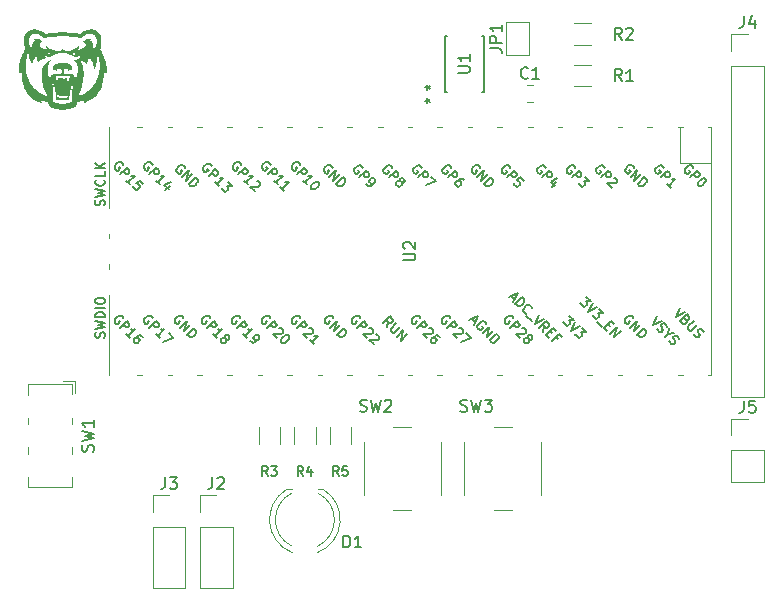
<source format=gto>
G04 #@! TF.GenerationSoftware,KiCad,Pcbnew,9.0.1-9.0.1-0~ubuntu24.04.1*
G04 #@! TF.CreationDate,2025-04-16T21:59:29-05:00*
G04 #@! TF.ProjectId,pico_driver,7069636f-5f64-4726-9976-65722e6b6963,rev?*
G04 #@! TF.SameCoordinates,Original*
G04 #@! TF.FileFunction,Legend,Top*
G04 #@! TF.FilePolarity,Positive*
%FSLAX46Y46*%
G04 Gerber Fmt 4.6, Leading zero omitted, Abs format (unit mm)*
G04 Created by KiCad (PCBNEW 9.0.1-9.0.1-0~ubuntu24.04.1) date 2025-04-16 21:59:29*
%MOMM*%
%LPD*%
G01*
G04 APERTURE LIST*
%ADD10C,0.150000*%
%ADD11C,0.000000*%
%ADD12C,0.120000*%
%ADD13C,0.152400*%
G04 APERTURE END LIST*
D10*
X162166666Y-83034819D02*
X162166666Y-83749104D01*
X162166666Y-83749104D02*
X162119047Y-83891961D01*
X162119047Y-83891961D02*
X162023809Y-83987200D01*
X162023809Y-83987200D02*
X161880952Y-84034819D01*
X161880952Y-84034819D02*
X161785714Y-84034819D01*
X163119047Y-83034819D02*
X162642857Y-83034819D01*
X162642857Y-83034819D02*
X162595238Y-83511009D01*
X162595238Y-83511009D02*
X162642857Y-83463390D01*
X162642857Y-83463390D02*
X162738095Y-83415771D01*
X162738095Y-83415771D02*
X162976190Y-83415771D01*
X162976190Y-83415771D02*
X163071428Y-83463390D01*
X163071428Y-83463390D02*
X163119047Y-83511009D01*
X163119047Y-83511009D02*
X163166666Y-83606247D01*
X163166666Y-83606247D02*
X163166666Y-83844342D01*
X163166666Y-83844342D02*
X163119047Y-83939580D01*
X163119047Y-83939580D02*
X163071428Y-83987200D01*
X163071428Y-83987200D02*
X162976190Y-84034819D01*
X162976190Y-84034819D02*
X162738095Y-84034819D01*
X162738095Y-84034819D02*
X162642857Y-83987200D01*
X162642857Y-83987200D02*
X162595238Y-83939580D01*
X162166666Y-50454819D02*
X162166666Y-51169104D01*
X162166666Y-51169104D02*
X162119047Y-51311961D01*
X162119047Y-51311961D02*
X162023809Y-51407200D01*
X162023809Y-51407200D02*
X161880952Y-51454819D01*
X161880952Y-51454819D02*
X161785714Y-51454819D01*
X163071428Y-50788152D02*
X163071428Y-51454819D01*
X162833333Y-50407200D02*
X162595238Y-51121485D01*
X162595238Y-51121485D02*
X163214285Y-51121485D01*
X117166666Y-89494819D02*
X117166666Y-90209104D01*
X117166666Y-90209104D02*
X117119047Y-90351961D01*
X117119047Y-90351961D02*
X117023809Y-90447200D01*
X117023809Y-90447200D02*
X116880952Y-90494819D01*
X116880952Y-90494819D02*
X116785714Y-90494819D01*
X117595238Y-89590057D02*
X117642857Y-89542438D01*
X117642857Y-89542438D02*
X117738095Y-89494819D01*
X117738095Y-89494819D02*
X117976190Y-89494819D01*
X117976190Y-89494819D02*
X118071428Y-89542438D01*
X118071428Y-89542438D02*
X118119047Y-89590057D01*
X118119047Y-89590057D02*
X118166666Y-89685295D01*
X118166666Y-89685295D02*
X118166666Y-89780533D01*
X118166666Y-89780533D02*
X118119047Y-89923390D01*
X118119047Y-89923390D02*
X117547619Y-90494819D01*
X117547619Y-90494819D02*
X118166666Y-90494819D01*
X138166667Y-83907200D02*
X138309524Y-83954819D01*
X138309524Y-83954819D02*
X138547619Y-83954819D01*
X138547619Y-83954819D02*
X138642857Y-83907200D01*
X138642857Y-83907200D02*
X138690476Y-83859580D01*
X138690476Y-83859580D02*
X138738095Y-83764342D01*
X138738095Y-83764342D02*
X138738095Y-83669104D01*
X138738095Y-83669104D02*
X138690476Y-83573866D01*
X138690476Y-83573866D02*
X138642857Y-83526247D01*
X138642857Y-83526247D02*
X138547619Y-83478628D01*
X138547619Y-83478628D02*
X138357143Y-83431009D01*
X138357143Y-83431009D02*
X138261905Y-83383390D01*
X138261905Y-83383390D02*
X138214286Y-83335771D01*
X138214286Y-83335771D02*
X138166667Y-83240533D01*
X138166667Y-83240533D02*
X138166667Y-83145295D01*
X138166667Y-83145295D02*
X138214286Y-83050057D01*
X138214286Y-83050057D02*
X138261905Y-83002438D01*
X138261905Y-83002438D02*
X138357143Y-82954819D01*
X138357143Y-82954819D02*
X138595238Y-82954819D01*
X138595238Y-82954819D02*
X138738095Y-83002438D01*
X139071429Y-82954819D02*
X139309524Y-83954819D01*
X139309524Y-83954819D02*
X139500000Y-83240533D01*
X139500000Y-83240533D02*
X139690476Y-83954819D01*
X139690476Y-83954819D02*
X139928572Y-82954819D01*
X140214286Y-82954819D02*
X140833333Y-82954819D01*
X140833333Y-82954819D02*
X140500000Y-83335771D01*
X140500000Y-83335771D02*
X140642857Y-83335771D01*
X140642857Y-83335771D02*
X140738095Y-83383390D01*
X140738095Y-83383390D02*
X140785714Y-83431009D01*
X140785714Y-83431009D02*
X140833333Y-83526247D01*
X140833333Y-83526247D02*
X140833333Y-83764342D01*
X140833333Y-83764342D02*
X140785714Y-83859580D01*
X140785714Y-83859580D02*
X140738095Y-83907200D01*
X140738095Y-83907200D02*
X140642857Y-83954819D01*
X140642857Y-83954819D02*
X140357143Y-83954819D01*
X140357143Y-83954819D02*
X140261905Y-83907200D01*
X140261905Y-83907200D02*
X140214286Y-83859580D01*
X133344819Y-71151904D02*
X134154342Y-71151904D01*
X134154342Y-71151904D02*
X134249580Y-71104285D01*
X134249580Y-71104285D02*
X134297200Y-71056666D01*
X134297200Y-71056666D02*
X134344819Y-70961428D01*
X134344819Y-70961428D02*
X134344819Y-70770952D01*
X134344819Y-70770952D02*
X134297200Y-70675714D01*
X134297200Y-70675714D02*
X134249580Y-70628095D01*
X134249580Y-70628095D02*
X134154342Y-70580476D01*
X134154342Y-70580476D02*
X133344819Y-70580476D01*
X133440057Y-70151904D02*
X133392438Y-70104285D01*
X133392438Y-70104285D02*
X133344819Y-70009047D01*
X133344819Y-70009047D02*
X133344819Y-69770952D01*
X133344819Y-69770952D02*
X133392438Y-69675714D01*
X133392438Y-69675714D02*
X133440057Y-69628095D01*
X133440057Y-69628095D02*
X133535295Y-69580476D01*
X133535295Y-69580476D02*
X133630533Y-69580476D01*
X133630533Y-69580476D02*
X133773390Y-69628095D01*
X133773390Y-69628095D02*
X134344819Y-70199523D01*
X134344819Y-70199523D02*
X134344819Y-69580476D01*
X148841415Y-74222407D02*
X149191601Y-74572593D01*
X149191601Y-74572593D02*
X148787540Y-74599531D01*
X148787540Y-74599531D02*
X148868353Y-74680343D01*
X148868353Y-74680343D02*
X148895290Y-74761155D01*
X148895290Y-74761155D02*
X148895290Y-74815030D01*
X148895290Y-74815030D02*
X148868353Y-74895842D01*
X148868353Y-74895842D02*
X148733666Y-75030529D01*
X148733666Y-75030529D02*
X148652853Y-75057467D01*
X148652853Y-75057467D02*
X148598979Y-75057467D01*
X148598979Y-75057467D02*
X148518166Y-75030529D01*
X148518166Y-75030529D02*
X148356542Y-74868905D01*
X148356542Y-74868905D02*
X148329605Y-74788093D01*
X148329605Y-74788093D02*
X148329605Y-74734218D01*
X149353226Y-74734218D02*
X148976102Y-75488465D01*
X148976102Y-75488465D02*
X149730350Y-75111342D01*
X149865036Y-75246028D02*
X150215223Y-75596215D01*
X150215223Y-75596215D02*
X149811162Y-75623152D01*
X149811162Y-75623152D02*
X149891974Y-75703964D01*
X149891974Y-75703964D02*
X149918911Y-75784776D01*
X149918911Y-75784776D02*
X149918911Y-75838651D01*
X149918911Y-75838651D02*
X149891974Y-75919464D01*
X149891974Y-75919464D02*
X149757287Y-76054151D01*
X149757287Y-76054151D02*
X149676475Y-76081088D01*
X149676475Y-76081088D02*
X149622600Y-76081088D01*
X149622600Y-76081088D02*
X149541788Y-76054151D01*
X149541788Y-76054151D02*
X149380163Y-75892526D01*
X149380163Y-75892526D02*
X149353226Y-75811714D01*
X149353226Y-75811714D02*
X149353226Y-75757839D01*
X149703412Y-76323525D02*
X150134411Y-76754523D01*
X150619284Y-76539024D02*
X150807846Y-76727586D01*
X150592347Y-77104709D02*
X150322973Y-76835335D01*
X150322973Y-76835335D02*
X150888658Y-76269650D01*
X150888658Y-76269650D02*
X151158032Y-76539024D01*
X150834784Y-77347146D02*
X151400469Y-76781461D01*
X151400469Y-76781461D02*
X151158032Y-77670395D01*
X151158032Y-77670395D02*
X151723718Y-77104710D01*
X129878505Y-63313372D02*
X129851568Y-63232560D01*
X129851568Y-63232560D02*
X129770756Y-63151748D01*
X129770756Y-63151748D02*
X129663006Y-63097873D01*
X129663006Y-63097873D02*
X129555257Y-63097873D01*
X129555257Y-63097873D02*
X129474444Y-63124810D01*
X129474444Y-63124810D02*
X129339757Y-63205623D01*
X129339757Y-63205623D02*
X129258945Y-63286435D01*
X129258945Y-63286435D02*
X129178133Y-63421122D01*
X129178133Y-63421122D02*
X129151196Y-63501934D01*
X129151196Y-63501934D02*
X129151196Y-63609684D01*
X129151196Y-63609684D02*
X129205070Y-63717433D01*
X129205070Y-63717433D02*
X129258945Y-63771308D01*
X129258945Y-63771308D02*
X129366695Y-63825183D01*
X129366695Y-63825183D02*
X129420570Y-63825183D01*
X129420570Y-63825183D02*
X129609131Y-63636621D01*
X129609131Y-63636621D02*
X129501382Y-63528871D01*
X129609131Y-64121494D02*
X130174817Y-63555809D01*
X130174817Y-63555809D02*
X130390316Y-63771308D01*
X130390316Y-63771308D02*
X130417253Y-63852120D01*
X130417253Y-63852120D02*
X130417253Y-63905995D01*
X130417253Y-63905995D02*
X130390316Y-63986807D01*
X130390316Y-63986807D02*
X130309504Y-64067619D01*
X130309504Y-64067619D02*
X130228692Y-64094557D01*
X130228692Y-64094557D02*
X130174817Y-64094557D01*
X130174817Y-64094557D02*
X130094005Y-64067619D01*
X130094005Y-64067619D02*
X129878505Y-63852120D01*
X130201754Y-64714117D02*
X130309504Y-64821867D01*
X130309504Y-64821867D02*
X130390316Y-64848804D01*
X130390316Y-64848804D02*
X130444191Y-64848804D01*
X130444191Y-64848804D02*
X130578878Y-64821867D01*
X130578878Y-64821867D02*
X130713565Y-64741054D01*
X130713565Y-64741054D02*
X130929064Y-64525555D01*
X130929064Y-64525555D02*
X130956001Y-64444743D01*
X130956001Y-64444743D02*
X130956001Y-64390868D01*
X130956001Y-64390868D02*
X130929064Y-64310056D01*
X130929064Y-64310056D02*
X130821314Y-64202306D01*
X130821314Y-64202306D02*
X130740502Y-64175369D01*
X130740502Y-64175369D02*
X130686627Y-64175369D01*
X130686627Y-64175369D02*
X130605815Y-64202306D01*
X130605815Y-64202306D02*
X130471128Y-64336993D01*
X130471128Y-64336993D02*
X130444191Y-64417806D01*
X130444191Y-64417806D02*
X130444191Y-64471680D01*
X130444191Y-64471680D02*
X130471128Y-64552493D01*
X130471128Y-64552493D02*
X130578878Y-64660242D01*
X130578878Y-64660242D02*
X130659690Y-64687180D01*
X130659690Y-64687180D02*
X130713565Y-64687180D01*
X130713565Y-64687180D02*
X130794377Y-64660242D01*
X150378505Y-63313372D02*
X150351568Y-63232560D01*
X150351568Y-63232560D02*
X150270756Y-63151748D01*
X150270756Y-63151748D02*
X150163006Y-63097873D01*
X150163006Y-63097873D02*
X150055257Y-63097873D01*
X150055257Y-63097873D02*
X149974444Y-63124810D01*
X149974444Y-63124810D02*
X149839757Y-63205623D01*
X149839757Y-63205623D02*
X149758945Y-63286435D01*
X149758945Y-63286435D02*
X149678133Y-63421122D01*
X149678133Y-63421122D02*
X149651196Y-63501934D01*
X149651196Y-63501934D02*
X149651196Y-63609684D01*
X149651196Y-63609684D02*
X149705070Y-63717433D01*
X149705070Y-63717433D02*
X149758945Y-63771308D01*
X149758945Y-63771308D02*
X149866695Y-63825183D01*
X149866695Y-63825183D02*
X149920570Y-63825183D01*
X149920570Y-63825183D02*
X150109131Y-63636621D01*
X150109131Y-63636621D02*
X150001382Y-63528871D01*
X150109131Y-64121494D02*
X150674817Y-63555809D01*
X150674817Y-63555809D02*
X150890316Y-63771308D01*
X150890316Y-63771308D02*
X150917253Y-63852120D01*
X150917253Y-63852120D02*
X150917253Y-63905995D01*
X150917253Y-63905995D02*
X150890316Y-63986807D01*
X150890316Y-63986807D02*
X150809504Y-64067619D01*
X150809504Y-64067619D02*
X150728692Y-64094557D01*
X150728692Y-64094557D02*
X150674817Y-64094557D01*
X150674817Y-64094557D02*
X150594005Y-64067619D01*
X150594005Y-64067619D02*
X150378505Y-63852120D01*
X151159690Y-64148432D02*
X151213565Y-64148432D01*
X151213565Y-64148432D02*
X151294377Y-64175369D01*
X151294377Y-64175369D02*
X151429064Y-64310056D01*
X151429064Y-64310056D02*
X151456001Y-64390868D01*
X151456001Y-64390868D02*
X151456001Y-64444743D01*
X151456001Y-64444743D02*
X151429064Y-64525555D01*
X151429064Y-64525555D02*
X151375189Y-64579430D01*
X151375189Y-64579430D02*
X151267440Y-64633305D01*
X151267440Y-64633305D02*
X150620942Y-64633305D01*
X150620942Y-64633305D02*
X150971128Y-64983491D01*
X147878505Y-63313372D02*
X147851568Y-63232560D01*
X147851568Y-63232560D02*
X147770756Y-63151748D01*
X147770756Y-63151748D02*
X147663006Y-63097873D01*
X147663006Y-63097873D02*
X147555257Y-63097873D01*
X147555257Y-63097873D02*
X147474444Y-63124810D01*
X147474444Y-63124810D02*
X147339757Y-63205623D01*
X147339757Y-63205623D02*
X147258945Y-63286435D01*
X147258945Y-63286435D02*
X147178133Y-63421122D01*
X147178133Y-63421122D02*
X147151196Y-63501934D01*
X147151196Y-63501934D02*
X147151196Y-63609684D01*
X147151196Y-63609684D02*
X147205070Y-63717433D01*
X147205070Y-63717433D02*
X147258945Y-63771308D01*
X147258945Y-63771308D02*
X147366695Y-63825183D01*
X147366695Y-63825183D02*
X147420570Y-63825183D01*
X147420570Y-63825183D02*
X147609131Y-63636621D01*
X147609131Y-63636621D02*
X147501382Y-63528871D01*
X147609131Y-64121494D02*
X148174817Y-63555809D01*
X148174817Y-63555809D02*
X148390316Y-63771308D01*
X148390316Y-63771308D02*
X148417253Y-63852120D01*
X148417253Y-63852120D02*
X148417253Y-63905995D01*
X148417253Y-63905995D02*
X148390316Y-63986807D01*
X148390316Y-63986807D02*
X148309504Y-64067619D01*
X148309504Y-64067619D02*
X148228692Y-64094557D01*
X148228692Y-64094557D02*
X148174817Y-64094557D01*
X148174817Y-64094557D02*
X148094005Y-64067619D01*
X148094005Y-64067619D02*
X147878505Y-63852120D01*
X148686627Y-64067619D02*
X149036814Y-64417806D01*
X149036814Y-64417806D02*
X148632753Y-64444743D01*
X148632753Y-64444743D02*
X148713565Y-64525555D01*
X148713565Y-64525555D02*
X148740502Y-64606367D01*
X148740502Y-64606367D02*
X148740502Y-64660242D01*
X148740502Y-64660242D02*
X148713565Y-64741054D01*
X148713565Y-64741054D02*
X148578878Y-64875741D01*
X148578878Y-64875741D02*
X148498066Y-64902679D01*
X148498066Y-64902679D02*
X148444191Y-64902679D01*
X148444191Y-64902679D02*
X148363379Y-64875741D01*
X148363379Y-64875741D02*
X148201754Y-64714117D01*
X148201754Y-64714117D02*
X148174817Y-64633305D01*
X148174817Y-64633305D02*
X148174817Y-64579430D01*
X131946289Y-76784651D02*
X132027101Y-76326716D01*
X131623040Y-76461403D02*
X132188725Y-75895717D01*
X132188725Y-75895717D02*
X132404224Y-76111216D01*
X132404224Y-76111216D02*
X132431162Y-76192029D01*
X132431162Y-76192029D02*
X132431162Y-76245903D01*
X132431162Y-76245903D02*
X132404224Y-76326716D01*
X132404224Y-76326716D02*
X132323412Y-76407528D01*
X132323412Y-76407528D02*
X132242600Y-76434465D01*
X132242600Y-76434465D02*
X132188725Y-76434465D01*
X132188725Y-76434465D02*
X132107913Y-76407528D01*
X132107913Y-76407528D02*
X131892414Y-76192029D01*
X132754411Y-76461403D02*
X132296475Y-76919338D01*
X132296475Y-76919338D02*
X132269537Y-77000151D01*
X132269537Y-77000151D02*
X132269537Y-77054025D01*
X132269537Y-77054025D02*
X132296475Y-77134838D01*
X132296475Y-77134838D02*
X132404224Y-77242587D01*
X132404224Y-77242587D02*
X132485037Y-77269525D01*
X132485037Y-77269525D02*
X132538911Y-77269525D01*
X132538911Y-77269525D02*
X132619724Y-77242587D01*
X132619724Y-77242587D02*
X133077659Y-76784651D01*
X132781348Y-77619711D02*
X133347033Y-77054025D01*
X133347033Y-77054025D02*
X133104597Y-77942959D01*
X133104597Y-77942959D02*
X133670282Y-77377274D01*
X108014200Y-66499524D02*
X108052295Y-66385238D01*
X108052295Y-66385238D02*
X108052295Y-66194762D01*
X108052295Y-66194762D02*
X108014200Y-66118571D01*
X108014200Y-66118571D02*
X107976104Y-66080476D01*
X107976104Y-66080476D02*
X107899914Y-66042381D01*
X107899914Y-66042381D02*
X107823723Y-66042381D01*
X107823723Y-66042381D02*
X107747533Y-66080476D01*
X107747533Y-66080476D02*
X107709438Y-66118571D01*
X107709438Y-66118571D02*
X107671342Y-66194762D01*
X107671342Y-66194762D02*
X107633247Y-66347143D01*
X107633247Y-66347143D02*
X107595152Y-66423333D01*
X107595152Y-66423333D02*
X107557057Y-66461428D01*
X107557057Y-66461428D02*
X107480866Y-66499524D01*
X107480866Y-66499524D02*
X107404676Y-66499524D01*
X107404676Y-66499524D02*
X107328485Y-66461428D01*
X107328485Y-66461428D02*
X107290390Y-66423333D01*
X107290390Y-66423333D02*
X107252295Y-66347143D01*
X107252295Y-66347143D02*
X107252295Y-66156666D01*
X107252295Y-66156666D02*
X107290390Y-66042381D01*
X107252295Y-65775714D02*
X108052295Y-65585238D01*
X108052295Y-65585238D02*
X107480866Y-65432857D01*
X107480866Y-65432857D02*
X108052295Y-65280476D01*
X108052295Y-65280476D02*
X107252295Y-65090000D01*
X107976104Y-64328094D02*
X108014200Y-64366190D01*
X108014200Y-64366190D02*
X108052295Y-64480475D01*
X108052295Y-64480475D02*
X108052295Y-64556666D01*
X108052295Y-64556666D02*
X108014200Y-64670952D01*
X108014200Y-64670952D02*
X107938009Y-64747142D01*
X107938009Y-64747142D02*
X107861819Y-64785237D01*
X107861819Y-64785237D02*
X107709438Y-64823333D01*
X107709438Y-64823333D02*
X107595152Y-64823333D01*
X107595152Y-64823333D02*
X107442771Y-64785237D01*
X107442771Y-64785237D02*
X107366580Y-64747142D01*
X107366580Y-64747142D02*
X107290390Y-64670952D01*
X107290390Y-64670952D02*
X107252295Y-64556666D01*
X107252295Y-64556666D02*
X107252295Y-64480475D01*
X107252295Y-64480475D02*
X107290390Y-64366190D01*
X107290390Y-64366190D02*
X107328485Y-64328094D01*
X108052295Y-63604285D02*
X108052295Y-63985237D01*
X108052295Y-63985237D02*
X107252295Y-63985237D01*
X108052295Y-63337618D02*
X107252295Y-63337618D01*
X108052295Y-62880475D02*
X107595152Y-63223333D01*
X107252295Y-62880475D02*
X107709438Y-63337618D01*
X142465950Y-74155064D02*
X142735324Y-74424438D01*
X142250450Y-74262813D02*
X143004698Y-73885690D01*
X143004698Y-73885690D02*
X142627574Y-74639937D01*
X142816136Y-74828499D02*
X143381821Y-74262813D01*
X143381821Y-74262813D02*
X143516508Y-74397500D01*
X143516508Y-74397500D02*
X143570383Y-74505250D01*
X143570383Y-74505250D02*
X143570383Y-74612999D01*
X143570383Y-74612999D02*
X143543446Y-74693812D01*
X143543446Y-74693812D02*
X143462633Y-74828499D01*
X143462633Y-74828499D02*
X143381821Y-74909311D01*
X143381821Y-74909311D02*
X143247134Y-74990123D01*
X143247134Y-74990123D02*
X143166322Y-75017060D01*
X143166322Y-75017060D02*
X143058572Y-75017060D01*
X143058572Y-75017060D02*
X142950823Y-74963186D01*
X142950823Y-74963186D02*
X142816136Y-74828499D01*
X143758945Y-75663558D02*
X143705070Y-75663558D01*
X143705070Y-75663558D02*
X143597320Y-75609683D01*
X143597320Y-75609683D02*
X143543446Y-75555808D01*
X143543446Y-75555808D02*
X143489571Y-75448059D01*
X143489571Y-75448059D02*
X143489571Y-75340309D01*
X143489571Y-75340309D02*
X143516508Y-75259497D01*
X143516508Y-75259497D02*
X143597320Y-75124810D01*
X143597320Y-75124810D02*
X143678133Y-75043998D01*
X143678133Y-75043998D02*
X143812820Y-74963186D01*
X143812820Y-74963186D02*
X143893632Y-74936248D01*
X143893632Y-74936248D02*
X144001381Y-74936248D01*
X144001381Y-74936248D02*
X144109131Y-74990123D01*
X144109131Y-74990123D02*
X144163006Y-75043998D01*
X144163006Y-75043998D02*
X144216881Y-75151747D01*
X144216881Y-75151747D02*
X144216881Y-75205622D01*
X143758945Y-75879057D02*
X144189943Y-76310056D01*
X144863378Y-75744370D02*
X144486255Y-76498618D01*
X144486255Y-76498618D02*
X145240502Y-76121494D01*
X145186627Y-77198990D02*
X145267439Y-76741054D01*
X144863378Y-76875741D02*
X145429064Y-76310056D01*
X145429064Y-76310056D02*
X145644563Y-76525555D01*
X145644563Y-76525555D02*
X145671500Y-76606367D01*
X145671500Y-76606367D02*
X145671500Y-76660242D01*
X145671500Y-76660242D02*
X145644563Y-76741054D01*
X145644563Y-76741054D02*
X145563751Y-76821866D01*
X145563751Y-76821866D02*
X145482938Y-76848804D01*
X145482938Y-76848804D02*
X145429064Y-76848804D01*
X145429064Y-76848804D02*
X145348251Y-76821866D01*
X145348251Y-76821866D02*
X145132752Y-76606367D01*
X145725375Y-77145115D02*
X145913937Y-77333677D01*
X145698438Y-77710800D02*
X145429064Y-77441426D01*
X145429064Y-77441426D02*
X145994749Y-76875741D01*
X145994749Y-76875741D02*
X146264123Y-77145115D01*
X146425748Y-77845488D02*
X146237186Y-77656926D01*
X145940874Y-77953237D02*
X146506560Y-77387552D01*
X146506560Y-77387552D02*
X146775934Y-77656926D01*
X124599131Y-76043998D02*
X124572194Y-75963185D01*
X124572194Y-75963185D02*
X124491381Y-75882373D01*
X124491381Y-75882373D02*
X124383632Y-75828498D01*
X124383632Y-75828498D02*
X124275882Y-75828498D01*
X124275882Y-75828498D02*
X124195070Y-75855436D01*
X124195070Y-75855436D02*
X124060383Y-75936248D01*
X124060383Y-75936248D02*
X123979571Y-76017060D01*
X123979571Y-76017060D02*
X123898758Y-76151747D01*
X123898758Y-76151747D02*
X123871821Y-76232560D01*
X123871821Y-76232560D02*
X123871821Y-76340309D01*
X123871821Y-76340309D02*
X123925696Y-76448059D01*
X123925696Y-76448059D02*
X123979571Y-76501934D01*
X123979571Y-76501934D02*
X124087320Y-76555808D01*
X124087320Y-76555808D02*
X124141195Y-76555808D01*
X124141195Y-76555808D02*
X124329757Y-76367247D01*
X124329757Y-76367247D02*
X124222007Y-76259497D01*
X124329757Y-76852120D02*
X124895442Y-76286434D01*
X124895442Y-76286434D02*
X125110942Y-76501934D01*
X125110942Y-76501934D02*
X125137879Y-76582746D01*
X125137879Y-76582746D02*
X125137879Y-76636621D01*
X125137879Y-76636621D02*
X125110942Y-76717433D01*
X125110942Y-76717433D02*
X125030129Y-76798245D01*
X125030129Y-76798245D02*
X124949317Y-76825182D01*
X124949317Y-76825182D02*
X124895442Y-76825182D01*
X124895442Y-76825182D02*
X124814630Y-76798245D01*
X124814630Y-76798245D02*
X124599131Y-76582746D01*
X125380316Y-76879057D02*
X125434190Y-76879057D01*
X125434190Y-76879057D02*
X125515003Y-76905995D01*
X125515003Y-76905995D02*
X125649690Y-77040682D01*
X125649690Y-77040682D02*
X125676627Y-77121494D01*
X125676627Y-77121494D02*
X125676627Y-77175369D01*
X125676627Y-77175369D02*
X125649690Y-77256181D01*
X125649690Y-77256181D02*
X125595815Y-77310056D01*
X125595815Y-77310056D02*
X125488065Y-77363930D01*
X125488065Y-77363930D02*
X124841568Y-77363930D01*
X124841568Y-77363930D02*
X125191754Y-77714117D01*
X125730502Y-78252865D02*
X125407253Y-77929616D01*
X125568878Y-78091240D02*
X126134563Y-77525555D01*
X126134563Y-77525555D02*
X125999876Y-77552492D01*
X125999876Y-77552492D02*
X125892126Y-77552492D01*
X125892126Y-77552492D02*
X125811314Y-77525555D01*
X137378505Y-63313372D02*
X137351568Y-63232560D01*
X137351568Y-63232560D02*
X137270756Y-63151748D01*
X137270756Y-63151748D02*
X137163006Y-63097873D01*
X137163006Y-63097873D02*
X137055257Y-63097873D01*
X137055257Y-63097873D02*
X136974444Y-63124810D01*
X136974444Y-63124810D02*
X136839757Y-63205623D01*
X136839757Y-63205623D02*
X136758945Y-63286435D01*
X136758945Y-63286435D02*
X136678133Y-63421122D01*
X136678133Y-63421122D02*
X136651196Y-63501934D01*
X136651196Y-63501934D02*
X136651196Y-63609684D01*
X136651196Y-63609684D02*
X136705070Y-63717433D01*
X136705070Y-63717433D02*
X136758945Y-63771308D01*
X136758945Y-63771308D02*
X136866695Y-63825183D01*
X136866695Y-63825183D02*
X136920570Y-63825183D01*
X136920570Y-63825183D02*
X137109131Y-63636621D01*
X137109131Y-63636621D02*
X137001382Y-63528871D01*
X137109131Y-64121494D02*
X137674817Y-63555809D01*
X137674817Y-63555809D02*
X137890316Y-63771308D01*
X137890316Y-63771308D02*
X137917253Y-63852120D01*
X137917253Y-63852120D02*
X137917253Y-63905995D01*
X137917253Y-63905995D02*
X137890316Y-63986807D01*
X137890316Y-63986807D02*
X137809504Y-64067619D01*
X137809504Y-64067619D02*
X137728692Y-64094557D01*
X137728692Y-64094557D02*
X137674817Y-64094557D01*
X137674817Y-64094557D02*
X137594005Y-64067619D01*
X137594005Y-64067619D02*
X137378505Y-63852120D01*
X138482939Y-64363931D02*
X138375189Y-64256181D01*
X138375189Y-64256181D02*
X138294377Y-64229244D01*
X138294377Y-64229244D02*
X138240502Y-64229244D01*
X138240502Y-64229244D02*
X138105815Y-64256181D01*
X138105815Y-64256181D02*
X137971128Y-64336993D01*
X137971128Y-64336993D02*
X137755629Y-64552493D01*
X137755629Y-64552493D02*
X137728692Y-64633305D01*
X137728692Y-64633305D02*
X137728692Y-64687180D01*
X137728692Y-64687180D02*
X137755629Y-64767992D01*
X137755629Y-64767992D02*
X137863379Y-64875741D01*
X137863379Y-64875741D02*
X137944191Y-64902679D01*
X137944191Y-64902679D02*
X137998066Y-64902679D01*
X137998066Y-64902679D02*
X138078878Y-64875741D01*
X138078878Y-64875741D02*
X138213565Y-64741054D01*
X138213565Y-64741054D02*
X138240502Y-64660242D01*
X138240502Y-64660242D02*
X138240502Y-64606367D01*
X138240502Y-64606367D02*
X138213565Y-64525555D01*
X138213565Y-64525555D02*
X138105815Y-64417806D01*
X138105815Y-64417806D02*
X138025003Y-64390868D01*
X138025003Y-64390868D02*
X137971128Y-64390868D01*
X137971128Y-64390868D02*
X137890316Y-64417806D01*
X129689131Y-76043998D02*
X129662194Y-75963185D01*
X129662194Y-75963185D02*
X129581381Y-75882373D01*
X129581381Y-75882373D02*
X129473632Y-75828498D01*
X129473632Y-75828498D02*
X129365882Y-75828498D01*
X129365882Y-75828498D02*
X129285070Y-75855436D01*
X129285070Y-75855436D02*
X129150383Y-75936248D01*
X129150383Y-75936248D02*
X129069571Y-76017060D01*
X129069571Y-76017060D02*
X128988758Y-76151747D01*
X128988758Y-76151747D02*
X128961821Y-76232560D01*
X128961821Y-76232560D02*
X128961821Y-76340309D01*
X128961821Y-76340309D02*
X129015696Y-76448059D01*
X129015696Y-76448059D02*
X129069571Y-76501934D01*
X129069571Y-76501934D02*
X129177320Y-76555808D01*
X129177320Y-76555808D02*
X129231195Y-76555808D01*
X129231195Y-76555808D02*
X129419757Y-76367247D01*
X129419757Y-76367247D02*
X129312007Y-76259497D01*
X129419757Y-76852120D02*
X129985442Y-76286434D01*
X129985442Y-76286434D02*
X130200942Y-76501934D01*
X130200942Y-76501934D02*
X130227879Y-76582746D01*
X130227879Y-76582746D02*
X130227879Y-76636621D01*
X130227879Y-76636621D02*
X130200942Y-76717433D01*
X130200942Y-76717433D02*
X130120129Y-76798245D01*
X130120129Y-76798245D02*
X130039317Y-76825182D01*
X130039317Y-76825182D02*
X129985442Y-76825182D01*
X129985442Y-76825182D02*
X129904630Y-76798245D01*
X129904630Y-76798245D02*
X129689131Y-76582746D01*
X130470316Y-76879057D02*
X130524190Y-76879057D01*
X130524190Y-76879057D02*
X130605003Y-76905995D01*
X130605003Y-76905995D02*
X130739690Y-77040682D01*
X130739690Y-77040682D02*
X130766627Y-77121494D01*
X130766627Y-77121494D02*
X130766627Y-77175369D01*
X130766627Y-77175369D02*
X130739690Y-77256181D01*
X130739690Y-77256181D02*
X130685815Y-77310056D01*
X130685815Y-77310056D02*
X130578065Y-77363930D01*
X130578065Y-77363930D02*
X129931568Y-77363930D01*
X129931568Y-77363930D02*
X130281754Y-77714117D01*
X131009064Y-77417805D02*
X131062939Y-77417805D01*
X131062939Y-77417805D02*
X131143751Y-77444743D01*
X131143751Y-77444743D02*
X131278438Y-77579430D01*
X131278438Y-77579430D02*
X131305375Y-77660242D01*
X131305375Y-77660242D02*
X131305375Y-77714117D01*
X131305375Y-77714117D02*
X131278438Y-77794929D01*
X131278438Y-77794929D02*
X131224563Y-77848804D01*
X131224563Y-77848804D02*
X131116813Y-77902679D01*
X131116813Y-77902679D02*
X130470316Y-77902679D01*
X130470316Y-77902679D02*
X130820502Y-78252865D01*
X119609131Y-63043998D02*
X119582194Y-62963185D01*
X119582194Y-62963185D02*
X119501381Y-62882373D01*
X119501381Y-62882373D02*
X119393632Y-62828498D01*
X119393632Y-62828498D02*
X119285882Y-62828498D01*
X119285882Y-62828498D02*
X119205070Y-62855436D01*
X119205070Y-62855436D02*
X119070383Y-62936248D01*
X119070383Y-62936248D02*
X118989571Y-63017060D01*
X118989571Y-63017060D02*
X118908758Y-63151747D01*
X118908758Y-63151747D02*
X118881821Y-63232560D01*
X118881821Y-63232560D02*
X118881821Y-63340309D01*
X118881821Y-63340309D02*
X118935696Y-63448059D01*
X118935696Y-63448059D02*
X118989571Y-63501934D01*
X118989571Y-63501934D02*
X119097320Y-63555808D01*
X119097320Y-63555808D02*
X119151195Y-63555808D01*
X119151195Y-63555808D02*
X119339757Y-63367247D01*
X119339757Y-63367247D02*
X119232007Y-63259497D01*
X119339757Y-63852120D02*
X119905442Y-63286434D01*
X119905442Y-63286434D02*
X120120942Y-63501934D01*
X120120942Y-63501934D02*
X120147879Y-63582746D01*
X120147879Y-63582746D02*
X120147879Y-63636621D01*
X120147879Y-63636621D02*
X120120942Y-63717433D01*
X120120942Y-63717433D02*
X120040129Y-63798245D01*
X120040129Y-63798245D02*
X119959317Y-63825182D01*
X119959317Y-63825182D02*
X119905442Y-63825182D01*
X119905442Y-63825182D02*
X119824630Y-63798245D01*
X119824630Y-63798245D02*
X119609131Y-63582746D01*
X120201754Y-64714117D02*
X119878505Y-64390868D01*
X120040129Y-64552492D02*
X120605815Y-63986807D01*
X120605815Y-63986807D02*
X120471128Y-64013744D01*
X120471128Y-64013744D02*
X120363378Y-64013744D01*
X120363378Y-64013744D02*
X120282566Y-63986807D01*
X120929064Y-64417805D02*
X120982939Y-64417805D01*
X120982939Y-64417805D02*
X121063751Y-64444743D01*
X121063751Y-64444743D02*
X121198438Y-64579430D01*
X121198438Y-64579430D02*
X121225375Y-64660242D01*
X121225375Y-64660242D02*
X121225375Y-64714117D01*
X121225375Y-64714117D02*
X121198438Y-64794929D01*
X121198438Y-64794929D02*
X121144563Y-64848804D01*
X121144563Y-64848804D02*
X121036813Y-64902679D01*
X121036813Y-64902679D02*
X120390316Y-64902679D01*
X120390316Y-64902679D02*
X120740502Y-65252865D01*
X145378505Y-63313372D02*
X145351568Y-63232560D01*
X145351568Y-63232560D02*
X145270756Y-63151748D01*
X145270756Y-63151748D02*
X145163006Y-63097873D01*
X145163006Y-63097873D02*
X145055257Y-63097873D01*
X145055257Y-63097873D02*
X144974444Y-63124810D01*
X144974444Y-63124810D02*
X144839757Y-63205623D01*
X144839757Y-63205623D02*
X144758945Y-63286435D01*
X144758945Y-63286435D02*
X144678133Y-63421122D01*
X144678133Y-63421122D02*
X144651196Y-63501934D01*
X144651196Y-63501934D02*
X144651196Y-63609684D01*
X144651196Y-63609684D02*
X144705070Y-63717433D01*
X144705070Y-63717433D02*
X144758945Y-63771308D01*
X144758945Y-63771308D02*
X144866695Y-63825183D01*
X144866695Y-63825183D02*
X144920570Y-63825183D01*
X144920570Y-63825183D02*
X145109131Y-63636621D01*
X145109131Y-63636621D02*
X145001382Y-63528871D01*
X145109131Y-64121494D02*
X145674817Y-63555809D01*
X145674817Y-63555809D02*
X145890316Y-63771308D01*
X145890316Y-63771308D02*
X145917253Y-63852120D01*
X145917253Y-63852120D02*
X145917253Y-63905995D01*
X145917253Y-63905995D02*
X145890316Y-63986807D01*
X145890316Y-63986807D02*
X145809504Y-64067619D01*
X145809504Y-64067619D02*
X145728692Y-64094557D01*
X145728692Y-64094557D02*
X145674817Y-64094557D01*
X145674817Y-64094557D02*
X145594005Y-64067619D01*
X145594005Y-64067619D02*
X145378505Y-63852120D01*
X146294377Y-64552493D02*
X145917253Y-64929616D01*
X146375189Y-64202306D02*
X145836441Y-64471680D01*
X145836441Y-64471680D02*
X146186627Y-64821867D01*
X112109131Y-63043998D02*
X112082194Y-62963185D01*
X112082194Y-62963185D02*
X112001381Y-62882373D01*
X112001381Y-62882373D02*
X111893632Y-62828498D01*
X111893632Y-62828498D02*
X111785882Y-62828498D01*
X111785882Y-62828498D02*
X111705070Y-62855436D01*
X111705070Y-62855436D02*
X111570383Y-62936248D01*
X111570383Y-62936248D02*
X111489571Y-63017060D01*
X111489571Y-63017060D02*
X111408758Y-63151747D01*
X111408758Y-63151747D02*
X111381821Y-63232560D01*
X111381821Y-63232560D02*
X111381821Y-63340309D01*
X111381821Y-63340309D02*
X111435696Y-63448059D01*
X111435696Y-63448059D02*
X111489571Y-63501934D01*
X111489571Y-63501934D02*
X111597320Y-63555808D01*
X111597320Y-63555808D02*
X111651195Y-63555808D01*
X111651195Y-63555808D02*
X111839757Y-63367247D01*
X111839757Y-63367247D02*
X111732007Y-63259497D01*
X111839757Y-63852120D02*
X112405442Y-63286434D01*
X112405442Y-63286434D02*
X112620942Y-63501934D01*
X112620942Y-63501934D02*
X112647879Y-63582746D01*
X112647879Y-63582746D02*
X112647879Y-63636621D01*
X112647879Y-63636621D02*
X112620942Y-63717433D01*
X112620942Y-63717433D02*
X112540129Y-63798245D01*
X112540129Y-63798245D02*
X112459317Y-63825182D01*
X112459317Y-63825182D02*
X112405442Y-63825182D01*
X112405442Y-63825182D02*
X112324630Y-63798245D01*
X112324630Y-63798245D02*
X112109131Y-63582746D01*
X112701754Y-64714117D02*
X112378505Y-64390868D01*
X112540129Y-64552492D02*
X113105815Y-63986807D01*
X113105815Y-63986807D02*
X112971128Y-64013744D01*
X112971128Y-64013744D02*
X112863378Y-64013744D01*
X112863378Y-64013744D02*
X112782566Y-63986807D01*
X113563751Y-64821866D02*
X113186627Y-65198990D01*
X113644563Y-64471680D02*
X113105815Y-64741054D01*
X113105815Y-64741054D02*
X113456001Y-65091240D01*
X142643131Y-76043998D02*
X142616194Y-75963185D01*
X142616194Y-75963185D02*
X142535381Y-75882373D01*
X142535381Y-75882373D02*
X142427632Y-75828498D01*
X142427632Y-75828498D02*
X142319882Y-75828498D01*
X142319882Y-75828498D02*
X142239070Y-75855436D01*
X142239070Y-75855436D02*
X142104383Y-75936248D01*
X142104383Y-75936248D02*
X142023571Y-76017060D01*
X142023571Y-76017060D02*
X141942758Y-76151747D01*
X141942758Y-76151747D02*
X141915821Y-76232560D01*
X141915821Y-76232560D02*
X141915821Y-76340309D01*
X141915821Y-76340309D02*
X141969696Y-76448059D01*
X141969696Y-76448059D02*
X142023571Y-76501934D01*
X142023571Y-76501934D02*
X142131320Y-76555808D01*
X142131320Y-76555808D02*
X142185195Y-76555808D01*
X142185195Y-76555808D02*
X142373757Y-76367247D01*
X142373757Y-76367247D02*
X142266007Y-76259497D01*
X142373757Y-76852120D02*
X142939442Y-76286434D01*
X142939442Y-76286434D02*
X143154942Y-76501934D01*
X143154942Y-76501934D02*
X143181879Y-76582746D01*
X143181879Y-76582746D02*
X143181879Y-76636621D01*
X143181879Y-76636621D02*
X143154942Y-76717433D01*
X143154942Y-76717433D02*
X143074129Y-76798245D01*
X143074129Y-76798245D02*
X142993317Y-76825182D01*
X142993317Y-76825182D02*
X142939442Y-76825182D01*
X142939442Y-76825182D02*
X142858630Y-76798245D01*
X142858630Y-76798245D02*
X142643131Y-76582746D01*
X143424316Y-76879057D02*
X143478190Y-76879057D01*
X143478190Y-76879057D02*
X143559003Y-76905995D01*
X143559003Y-76905995D02*
X143693690Y-77040682D01*
X143693690Y-77040682D02*
X143720627Y-77121494D01*
X143720627Y-77121494D02*
X143720627Y-77175369D01*
X143720627Y-77175369D02*
X143693690Y-77256181D01*
X143693690Y-77256181D02*
X143639815Y-77310056D01*
X143639815Y-77310056D02*
X143532065Y-77363930D01*
X143532065Y-77363930D02*
X142885568Y-77363930D01*
X142885568Y-77363930D02*
X143235754Y-77714117D01*
X143882252Y-77714117D02*
X143855314Y-77633305D01*
X143855314Y-77633305D02*
X143855314Y-77579430D01*
X143855314Y-77579430D02*
X143882252Y-77498618D01*
X143882252Y-77498618D02*
X143909189Y-77471680D01*
X143909189Y-77471680D02*
X143990001Y-77444743D01*
X143990001Y-77444743D02*
X144043876Y-77444743D01*
X144043876Y-77444743D02*
X144124688Y-77471680D01*
X144124688Y-77471680D02*
X144232438Y-77579430D01*
X144232438Y-77579430D02*
X144259375Y-77660242D01*
X144259375Y-77660242D02*
X144259375Y-77714117D01*
X144259375Y-77714117D02*
X144232438Y-77794929D01*
X144232438Y-77794929D02*
X144205500Y-77821866D01*
X144205500Y-77821866D02*
X144124688Y-77848804D01*
X144124688Y-77848804D02*
X144070813Y-77848804D01*
X144070813Y-77848804D02*
X143990001Y-77821866D01*
X143990001Y-77821866D02*
X143882252Y-77714117D01*
X143882252Y-77714117D02*
X143801439Y-77687179D01*
X143801439Y-77687179D02*
X143747565Y-77687179D01*
X143747565Y-77687179D02*
X143666752Y-77714117D01*
X143666752Y-77714117D02*
X143559003Y-77821866D01*
X143559003Y-77821866D02*
X143532065Y-77902679D01*
X143532065Y-77902679D02*
X143532065Y-77956553D01*
X143532065Y-77956553D02*
X143559003Y-78037366D01*
X143559003Y-78037366D02*
X143666752Y-78145115D01*
X143666752Y-78145115D02*
X143747565Y-78172053D01*
X143747565Y-78172053D02*
X143801439Y-78172053D01*
X143801439Y-78172053D02*
X143882252Y-78145115D01*
X143882252Y-78145115D02*
X143990001Y-78037366D01*
X143990001Y-78037366D02*
X144016939Y-77956553D01*
X144016939Y-77956553D02*
X144016939Y-77902679D01*
X144016939Y-77902679D02*
X143990001Y-77821866D01*
X139148759Y-76097873D02*
X139418133Y-76367247D01*
X138933260Y-76205623D02*
X139687507Y-75828499D01*
X139687507Y-75828499D02*
X139310384Y-76582746D01*
X140334005Y-76528871D02*
X140307067Y-76448059D01*
X140307067Y-76448059D02*
X140226255Y-76367247D01*
X140226255Y-76367247D02*
X140118505Y-76313372D01*
X140118505Y-76313372D02*
X140010756Y-76313372D01*
X140010756Y-76313372D02*
X139929944Y-76340310D01*
X139929944Y-76340310D02*
X139795257Y-76421122D01*
X139795257Y-76421122D02*
X139714444Y-76501934D01*
X139714444Y-76501934D02*
X139633632Y-76636621D01*
X139633632Y-76636621D02*
X139606695Y-76717433D01*
X139606695Y-76717433D02*
X139606695Y-76825183D01*
X139606695Y-76825183D02*
X139660570Y-76932932D01*
X139660570Y-76932932D02*
X139714444Y-76986807D01*
X139714444Y-76986807D02*
X139822194Y-77040682D01*
X139822194Y-77040682D02*
X139876069Y-77040682D01*
X139876069Y-77040682D02*
X140064631Y-76852120D01*
X140064631Y-76852120D02*
X139956881Y-76744371D01*
X140064631Y-77336993D02*
X140630316Y-76771308D01*
X140630316Y-76771308D02*
X140387879Y-77660242D01*
X140387879Y-77660242D02*
X140953565Y-77094557D01*
X140657253Y-77929616D02*
X141222939Y-77363931D01*
X141222939Y-77363931D02*
X141357626Y-77498618D01*
X141357626Y-77498618D02*
X141411501Y-77606367D01*
X141411501Y-77606367D02*
X141411501Y-77714117D01*
X141411501Y-77714117D02*
X141384563Y-77794929D01*
X141384563Y-77794929D02*
X141303751Y-77929616D01*
X141303751Y-77929616D02*
X141222939Y-78010428D01*
X141222939Y-78010428D02*
X141088252Y-78091241D01*
X141088252Y-78091241D02*
X141007439Y-78118178D01*
X141007439Y-78118178D02*
X140899690Y-78118178D01*
X140899690Y-78118178D02*
X140791940Y-78064303D01*
X140791940Y-78064303D02*
X140657253Y-77929616D01*
X114691568Y-76032435D02*
X114664631Y-75951623D01*
X114664631Y-75951623D02*
X114583819Y-75870811D01*
X114583819Y-75870811D02*
X114476069Y-75816936D01*
X114476069Y-75816936D02*
X114368319Y-75816936D01*
X114368319Y-75816936D02*
X114287507Y-75843873D01*
X114287507Y-75843873D02*
X114152820Y-75924685D01*
X114152820Y-75924685D02*
X114072008Y-76005498D01*
X114072008Y-76005498D02*
X113991196Y-76140185D01*
X113991196Y-76140185D02*
X113964258Y-76220997D01*
X113964258Y-76220997D02*
X113964258Y-76328746D01*
X113964258Y-76328746D02*
X114018133Y-76436496D01*
X114018133Y-76436496D02*
X114072008Y-76490371D01*
X114072008Y-76490371D02*
X114179758Y-76544246D01*
X114179758Y-76544246D02*
X114233632Y-76544246D01*
X114233632Y-76544246D02*
X114422194Y-76355684D01*
X114422194Y-76355684D02*
X114314445Y-76247934D01*
X114422194Y-76840557D02*
X114987880Y-76274872D01*
X114987880Y-76274872D02*
X114745443Y-77163806D01*
X114745443Y-77163806D02*
X115311128Y-76598120D01*
X115014817Y-77433180D02*
X115580502Y-76867494D01*
X115580502Y-76867494D02*
X115715189Y-77002181D01*
X115715189Y-77002181D02*
X115769064Y-77109931D01*
X115769064Y-77109931D02*
X115769064Y-77217680D01*
X115769064Y-77217680D02*
X115742127Y-77298493D01*
X115742127Y-77298493D02*
X115661314Y-77433180D01*
X115661314Y-77433180D02*
X115580502Y-77513992D01*
X115580502Y-77513992D02*
X115445815Y-77594804D01*
X115445815Y-77594804D02*
X115365003Y-77621741D01*
X115365003Y-77621741D02*
X115257253Y-77621741D01*
X115257253Y-77621741D02*
X115149504Y-77567867D01*
X115149504Y-77567867D02*
X115014817Y-77433180D01*
X132378505Y-63313372D02*
X132351568Y-63232560D01*
X132351568Y-63232560D02*
X132270756Y-63151748D01*
X132270756Y-63151748D02*
X132163006Y-63097873D01*
X132163006Y-63097873D02*
X132055257Y-63097873D01*
X132055257Y-63097873D02*
X131974444Y-63124810D01*
X131974444Y-63124810D02*
X131839757Y-63205623D01*
X131839757Y-63205623D02*
X131758945Y-63286435D01*
X131758945Y-63286435D02*
X131678133Y-63421122D01*
X131678133Y-63421122D02*
X131651196Y-63501934D01*
X131651196Y-63501934D02*
X131651196Y-63609684D01*
X131651196Y-63609684D02*
X131705070Y-63717433D01*
X131705070Y-63717433D02*
X131758945Y-63771308D01*
X131758945Y-63771308D02*
X131866695Y-63825183D01*
X131866695Y-63825183D02*
X131920570Y-63825183D01*
X131920570Y-63825183D02*
X132109131Y-63636621D01*
X132109131Y-63636621D02*
X132001382Y-63528871D01*
X132109131Y-64121494D02*
X132674817Y-63555809D01*
X132674817Y-63555809D02*
X132890316Y-63771308D01*
X132890316Y-63771308D02*
X132917253Y-63852120D01*
X132917253Y-63852120D02*
X132917253Y-63905995D01*
X132917253Y-63905995D02*
X132890316Y-63986807D01*
X132890316Y-63986807D02*
X132809504Y-64067619D01*
X132809504Y-64067619D02*
X132728692Y-64094557D01*
X132728692Y-64094557D02*
X132674817Y-64094557D01*
X132674817Y-64094557D02*
X132594005Y-64067619D01*
X132594005Y-64067619D02*
X132378505Y-63852120D01*
X133078878Y-64444743D02*
X133051940Y-64363931D01*
X133051940Y-64363931D02*
X133051940Y-64310056D01*
X133051940Y-64310056D02*
X133078878Y-64229244D01*
X133078878Y-64229244D02*
X133105815Y-64202306D01*
X133105815Y-64202306D02*
X133186627Y-64175369D01*
X133186627Y-64175369D02*
X133240502Y-64175369D01*
X133240502Y-64175369D02*
X133321314Y-64202306D01*
X133321314Y-64202306D02*
X133429064Y-64310056D01*
X133429064Y-64310056D02*
X133456001Y-64390868D01*
X133456001Y-64390868D02*
X133456001Y-64444743D01*
X133456001Y-64444743D02*
X133429064Y-64525555D01*
X133429064Y-64525555D02*
X133402127Y-64552493D01*
X133402127Y-64552493D02*
X133321314Y-64579430D01*
X133321314Y-64579430D02*
X133267440Y-64579430D01*
X133267440Y-64579430D02*
X133186627Y-64552493D01*
X133186627Y-64552493D02*
X133078878Y-64444743D01*
X133078878Y-64444743D02*
X132998066Y-64417806D01*
X132998066Y-64417806D02*
X132944191Y-64417806D01*
X132944191Y-64417806D02*
X132863379Y-64444743D01*
X132863379Y-64444743D02*
X132755629Y-64552493D01*
X132755629Y-64552493D02*
X132728692Y-64633305D01*
X132728692Y-64633305D02*
X132728692Y-64687180D01*
X132728692Y-64687180D02*
X132755629Y-64767992D01*
X132755629Y-64767992D02*
X132863379Y-64875741D01*
X132863379Y-64875741D02*
X132944191Y-64902679D01*
X132944191Y-64902679D02*
X132998066Y-64902679D01*
X132998066Y-64902679D02*
X133078878Y-64875741D01*
X133078878Y-64875741D02*
X133186627Y-64767992D01*
X133186627Y-64767992D02*
X133213565Y-64687180D01*
X133213565Y-64687180D02*
X133213565Y-64633305D01*
X133213565Y-64633305D02*
X133186627Y-64552493D01*
X152851568Y-63286435D02*
X152824631Y-63205623D01*
X152824631Y-63205623D02*
X152743819Y-63124811D01*
X152743819Y-63124811D02*
X152636069Y-63070936D01*
X152636069Y-63070936D02*
X152528319Y-63070936D01*
X152528319Y-63070936D02*
X152447507Y-63097873D01*
X152447507Y-63097873D02*
X152312820Y-63178685D01*
X152312820Y-63178685D02*
X152232008Y-63259498D01*
X152232008Y-63259498D02*
X152151196Y-63394185D01*
X152151196Y-63394185D02*
X152124258Y-63474997D01*
X152124258Y-63474997D02*
X152124258Y-63582746D01*
X152124258Y-63582746D02*
X152178133Y-63690496D01*
X152178133Y-63690496D02*
X152232008Y-63744371D01*
X152232008Y-63744371D02*
X152339758Y-63798246D01*
X152339758Y-63798246D02*
X152393632Y-63798246D01*
X152393632Y-63798246D02*
X152582194Y-63609684D01*
X152582194Y-63609684D02*
X152474445Y-63501934D01*
X152582194Y-64094557D02*
X153147880Y-63528872D01*
X153147880Y-63528872D02*
X152905443Y-64417806D01*
X152905443Y-64417806D02*
X153471128Y-63852120D01*
X153174817Y-64687180D02*
X153740502Y-64121494D01*
X153740502Y-64121494D02*
X153875189Y-64256181D01*
X153875189Y-64256181D02*
X153929064Y-64363931D01*
X153929064Y-64363931D02*
X153929064Y-64471680D01*
X153929064Y-64471680D02*
X153902127Y-64552493D01*
X153902127Y-64552493D02*
X153821314Y-64687180D01*
X153821314Y-64687180D02*
X153740502Y-64767992D01*
X153740502Y-64767992D02*
X153605815Y-64848804D01*
X153605815Y-64848804D02*
X153525003Y-64875741D01*
X153525003Y-64875741D02*
X153417253Y-64875741D01*
X153417253Y-64875741D02*
X153309504Y-64821867D01*
X153309504Y-64821867D02*
X153174817Y-64687180D01*
X117109131Y-63189998D02*
X117082194Y-63109185D01*
X117082194Y-63109185D02*
X117001381Y-63028373D01*
X117001381Y-63028373D02*
X116893632Y-62974498D01*
X116893632Y-62974498D02*
X116785882Y-62974498D01*
X116785882Y-62974498D02*
X116705070Y-63001436D01*
X116705070Y-63001436D02*
X116570383Y-63082248D01*
X116570383Y-63082248D02*
X116489571Y-63163060D01*
X116489571Y-63163060D02*
X116408758Y-63297747D01*
X116408758Y-63297747D02*
X116381821Y-63378560D01*
X116381821Y-63378560D02*
X116381821Y-63486309D01*
X116381821Y-63486309D02*
X116435696Y-63594059D01*
X116435696Y-63594059D02*
X116489571Y-63647934D01*
X116489571Y-63647934D02*
X116597320Y-63701808D01*
X116597320Y-63701808D02*
X116651195Y-63701808D01*
X116651195Y-63701808D02*
X116839757Y-63513247D01*
X116839757Y-63513247D02*
X116732007Y-63405497D01*
X116839757Y-63998120D02*
X117405442Y-63432434D01*
X117405442Y-63432434D02*
X117620942Y-63647934D01*
X117620942Y-63647934D02*
X117647879Y-63728746D01*
X117647879Y-63728746D02*
X117647879Y-63782621D01*
X117647879Y-63782621D02*
X117620942Y-63863433D01*
X117620942Y-63863433D02*
X117540129Y-63944245D01*
X117540129Y-63944245D02*
X117459317Y-63971182D01*
X117459317Y-63971182D02*
X117405442Y-63971182D01*
X117405442Y-63971182D02*
X117324630Y-63944245D01*
X117324630Y-63944245D02*
X117109131Y-63728746D01*
X117701754Y-64860117D02*
X117378505Y-64536868D01*
X117540129Y-64698492D02*
X118105815Y-64132807D01*
X118105815Y-64132807D02*
X117971128Y-64159744D01*
X117971128Y-64159744D02*
X117863378Y-64159744D01*
X117863378Y-64159744D02*
X117782566Y-64132807D01*
X118456001Y-64482993D02*
X118806187Y-64833179D01*
X118806187Y-64833179D02*
X118402126Y-64860117D01*
X118402126Y-64860117D02*
X118482939Y-64940929D01*
X118482939Y-64940929D02*
X118509876Y-65021741D01*
X118509876Y-65021741D02*
X118509876Y-65075616D01*
X118509876Y-65075616D02*
X118482939Y-65156428D01*
X118482939Y-65156428D02*
X118348252Y-65291115D01*
X118348252Y-65291115D02*
X118267439Y-65318053D01*
X118267439Y-65318053D02*
X118213565Y-65318053D01*
X118213565Y-65318053D02*
X118132752Y-65291115D01*
X118132752Y-65291115D02*
X117971128Y-65129491D01*
X117971128Y-65129491D02*
X117944191Y-65048679D01*
X117944191Y-65048679D02*
X117944191Y-64994804D01*
X119529131Y-76043998D02*
X119502194Y-75963185D01*
X119502194Y-75963185D02*
X119421381Y-75882373D01*
X119421381Y-75882373D02*
X119313632Y-75828498D01*
X119313632Y-75828498D02*
X119205882Y-75828498D01*
X119205882Y-75828498D02*
X119125070Y-75855436D01*
X119125070Y-75855436D02*
X118990383Y-75936248D01*
X118990383Y-75936248D02*
X118909571Y-76017060D01*
X118909571Y-76017060D02*
X118828758Y-76151747D01*
X118828758Y-76151747D02*
X118801821Y-76232560D01*
X118801821Y-76232560D02*
X118801821Y-76340309D01*
X118801821Y-76340309D02*
X118855696Y-76448059D01*
X118855696Y-76448059D02*
X118909571Y-76501934D01*
X118909571Y-76501934D02*
X119017320Y-76555808D01*
X119017320Y-76555808D02*
X119071195Y-76555808D01*
X119071195Y-76555808D02*
X119259757Y-76367247D01*
X119259757Y-76367247D02*
X119152007Y-76259497D01*
X119259757Y-76852120D02*
X119825442Y-76286434D01*
X119825442Y-76286434D02*
X120040942Y-76501934D01*
X120040942Y-76501934D02*
X120067879Y-76582746D01*
X120067879Y-76582746D02*
X120067879Y-76636621D01*
X120067879Y-76636621D02*
X120040942Y-76717433D01*
X120040942Y-76717433D02*
X119960129Y-76798245D01*
X119960129Y-76798245D02*
X119879317Y-76825182D01*
X119879317Y-76825182D02*
X119825442Y-76825182D01*
X119825442Y-76825182D02*
X119744630Y-76798245D01*
X119744630Y-76798245D02*
X119529131Y-76582746D01*
X120121754Y-77714117D02*
X119798505Y-77390868D01*
X119960129Y-77552492D02*
X120525815Y-76986807D01*
X120525815Y-76986807D02*
X120391128Y-77013744D01*
X120391128Y-77013744D02*
X120283378Y-77013744D01*
X120283378Y-77013744D02*
X120202566Y-76986807D01*
X120391128Y-77983491D02*
X120498878Y-78091240D01*
X120498878Y-78091240D02*
X120579690Y-78118178D01*
X120579690Y-78118178D02*
X120633565Y-78118178D01*
X120633565Y-78118178D02*
X120768252Y-78091240D01*
X120768252Y-78091240D02*
X120902939Y-78010428D01*
X120902939Y-78010428D02*
X121118438Y-77794929D01*
X121118438Y-77794929D02*
X121145375Y-77714117D01*
X121145375Y-77714117D02*
X121145375Y-77660242D01*
X121145375Y-77660242D02*
X121118438Y-77579430D01*
X121118438Y-77579430D02*
X121010688Y-77471680D01*
X121010688Y-77471680D02*
X120929876Y-77444743D01*
X120929876Y-77444743D02*
X120876001Y-77444743D01*
X120876001Y-77444743D02*
X120795189Y-77471680D01*
X120795189Y-77471680D02*
X120660502Y-77606367D01*
X120660502Y-77606367D02*
X120633565Y-77687179D01*
X120633565Y-77687179D02*
X120633565Y-77741054D01*
X120633565Y-77741054D02*
X120660502Y-77821866D01*
X120660502Y-77821866D02*
X120768252Y-77929616D01*
X120768252Y-77929616D02*
X120849064Y-77956553D01*
X120849064Y-77956553D02*
X120902939Y-77956553D01*
X120902939Y-77956553D02*
X120983751Y-77929616D01*
X124609131Y-63043998D02*
X124582194Y-62963185D01*
X124582194Y-62963185D02*
X124501381Y-62882373D01*
X124501381Y-62882373D02*
X124393632Y-62828498D01*
X124393632Y-62828498D02*
X124285882Y-62828498D01*
X124285882Y-62828498D02*
X124205070Y-62855436D01*
X124205070Y-62855436D02*
X124070383Y-62936248D01*
X124070383Y-62936248D02*
X123989571Y-63017060D01*
X123989571Y-63017060D02*
X123908758Y-63151747D01*
X123908758Y-63151747D02*
X123881821Y-63232560D01*
X123881821Y-63232560D02*
X123881821Y-63340309D01*
X123881821Y-63340309D02*
X123935696Y-63448059D01*
X123935696Y-63448059D02*
X123989571Y-63501934D01*
X123989571Y-63501934D02*
X124097320Y-63555808D01*
X124097320Y-63555808D02*
X124151195Y-63555808D01*
X124151195Y-63555808D02*
X124339757Y-63367247D01*
X124339757Y-63367247D02*
X124232007Y-63259497D01*
X124339757Y-63852120D02*
X124905442Y-63286434D01*
X124905442Y-63286434D02*
X125120942Y-63501934D01*
X125120942Y-63501934D02*
X125147879Y-63582746D01*
X125147879Y-63582746D02*
X125147879Y-63636621D01*
X125147879Y-63636621D02*
X125120942Y-63717433D01*
X125120942Y-63717433D02*
X125040129Y-63798245D01*
X125040129Y-63798245D02*
X124959317Y-63825182D01*
X124959317Y-63825182D02*
X124905442Y-63825182D01*
X124905442Y-63825182D02*
X124824630Y-63798245D01*
X124824630Y-63798245D02*
X124609131Y-63582746D01*
X125201754Y-64714117D02*
X124878505Y-64390868D01*
X125040129Y-64552492D02*
X125605815Y-63986807D01*
X125605815Y-63986807D02*
X125471128Y-64013744D01*
X125471128Y-64013744D02*
X125363378Y-64013744D01*
X125363378Y-64013744D02*
X125282566Y-63986807D01*
X126117626Y-64498618D02*
X126171500Y-64552492D01*
X126171500Y-64552492D02*
X126198438Y-64633305D01*
X126198438Y-64633305D02*
X126198438Y-64687179D01*
X126198438Y-64687179D02*
X126171500Y-64767992D01*
X126171500Y-64767992D02*
X126090688Y-64902679D01*
X126090688Y-64902679D02*
X125956001Y-65037366D01*
X125956001Y-65037366D02*
X125821314Y-65118178D01*
X125821314Y-65118178D02*
X125740502Y-65145115D01*
X125740502Y-65145115D02*
X125686627Y-65145115D01*
X125686627Y-65145115D02*
X125605815Y-65118178D01*
X125605815Y-65118178D02*
X125551940Y-65064303D01*
X125551940Y-65064303D02*
X125525003Y-64983491D01*
X125525003Y-64983491D02*
X125525003Y-64929616D01*
X125525003Y-64929616D02*
X125551940Y-64848804D01*
X125551940Y-64848804D02*
X125632752Y-64714117D01*
X125632752Y-64714117D02*
X125767439Y-64579430D01*
X125767439Y-64579430D02*
X125902126Y-64498618D01*
X125902126Y-64498618D02*
X125982939Y-64471680D01*
X125982939Y-64471680D02*
X126036813Y-64471680D01*
X126036813Y-64471680D02*
X126117626Y-64498618D01*
X157878505Y-63313372D02*
X157851568Y-63232560D01*
X157851568Y-63232560D02*
X157770756Y-63151748D01*
X157770756Y-63151748D02*
X157663006Y-63097873D01*
X157663006Y-63097873D02*
X157555257Y-63097873D01*
X157555257Y-63097873D02*
X157474444Y-63124810D01*
X157474444Y-63124810D02*
X157339757Y-63205623D01*
X157339757Y-63205623D02*
X157258945Y-63286435D01*
X157258945Y-63286435D02*
X157178133Y-63421122D01*
X157178133Y-63421122D02*
X157151196Y-63501934D01*
X157151196Y-63501934D02*
X157151196Y-63609684D01*
X157151196Y-63609684D02*
X157205070Y-63717433D01*
X157205070Y-63717433D02*
X157258945Y-63771308D01*
X157258945Y-63771308D02*
X157366695Y-63825183D01*
X157366695Y-63825183D02*
X157420570Y-63825183D01*
X157420570Y-63825183D02*
X157609131Y-63636621D01*
X157609131Y-63636621D02*
X157501382Y-63528871D01*
X157609131Y-64121494D02*
X158174817Y-63555809D01*
X158174817Y-63555809D02*
X158390316Y-63771308D01*
X158390316Y-63771308D02*
X158417253Y-63852120D01*
X158417253Y-63852120D02*
X158417253Y-63905995D01*
X158417253Y-63905995D02*
X158390316Y-63986807D01*
X158390316Y-63986807D02*
X158309504Y-64067619D01*
X158309504Y-64067619D02*
X158228692Y-64094557D01*
X158228692Y-64094557D02*
X158174817Y-64094557D01*
X158174817Y-64094557D02*
X158094005Y-64067619D01*
X158094005Y-64067619D02*
X157878505Y-63852120D01*
X158848252Y-64229244D02*
X158902127Y-64283119D01*
X158902127Y-64283119D02*
X158929064Y-64363931D01*
X158929064Y-64363931D02*
X158929064Y-64417806D01*
X158929064Y-64417806D02*
X158902127Y-64498618D01*
X158902127Y-64498618D02*
X158821314Y-64633305D01*
X158821314Y-64633305D02*
X158686627Y-64767992D01*
X158686627Y-64767992D02*
X158551940Y-64848804D01*
X158551940Y-64848804D02*
X158471128Y-64875741D01*
X158471128Y-64875741D02*
X158417253Y-64875741D01*
X158417253Y-64875741D02*
X158336441Y-64848804D01*
X158336441Y-64848804D02*
X158282566Y-64794929D01*
X158282566Y-64794929D02*
X158255629Y-64714117D01*
X158255629Y-64714117D02*
X158255629Y-64660242D01*
X158255629Y-64660242D02*
X158282566Y-64579430D01*
X158282566Y-64579430D02*
X158363379Y-64444743D01*
X158363379Y-64444743D02*
X158498066Y-64310056D01*
X158498066Y-64310056D02*
X158632753Y-64229244D01*
X158632753Y-64229244D02*
X158713565Y-64202306D01*
X158713565Y-64202306D02*
X158767440Y-64202306D01*
X158767440Y-64202306D02*
X158848252Y-64229244D01*
X152791568Y-76032435D02*
X152764631Y-75951623D01*
X152764631Y-75951623D02*
X152683819Y-75870811D01*
X152683819Y-75870811D02*
X152576069Y-75816936D01*
X152576069Y-75816936D02*
X152468319Y-75816936D01*
X152468319Y-75816936D02*
X152387507Y-75843873D01*
X152387507Y-75843873D02*
X152252820Y-75924685D01*
X152252820Y-75924685D02*
X152172008Y-76005498D01*
X152172008Y-76005498D02*
X152091196Y-76140185D01*
X152091196Y-76140185D02*
X152064258Y-76220997D01*
X152064258Y-76220997D02*
X152064258Y-76328746D01*
X152064258Y-76328746D02*
X152118133Y-76436496D01*
X152118133Y-76436496D02*
X152172008Y-76490371D01*
X152172008Y-76490371D02*
X152279758Y-76544246D01*
X152279758Y-76544246D02*
X152333632Y-76544246D01*
X152333632Y-76544246D02*
X152522194Y-76355684D01*
X152522194Y-76355684D02*
X152414445Y-76247934D01*
X152522194Y-76840557D02*
X153087880Y-76274872D01*
X153087880Y-76274872D02*
X152845443Y-77163806D01*
X152845443Y-77163806D02*
X153411128Y-76598120D01*
X153114817Y-77433180D02*
X153680502Y-76867494D01*
X153680502Y-76867494D02*
X153815189Y-77002181D01*
X153815189Y-77002181D02*
X153869064Y-77109931D01*
X153869064Y-77109931D02*
X153869064Y-77217680D01*
X153869064Y-77217680D02*
X153842127Y-77298493D01*
X153842127Y-77298493D02*
X153761314Y-77433180D01*
X153761314Y-77433180D02*
X153680502Y-77513992D01*
X153680502Y-77513992D02*
X153545815Y-77594804D01*
X153545815Y-77594804D02*
X153465003Y-77621741D01*
X153465003Y-77621741D02*
X153357253Y-77621741D01*
X153357253Y-77621741D02*
X153249504Y-77567867D01*
X153249504Y-77567867D02*
X153114817Y-77433180D01*
X142378505Y-63313372D02*
X142351568Y-63232560D01*
X142351568Y-63232560D02*
X142270756Y-63151748D01*
X142270756Y-63151748D02*
X142163006Y-63097873D01*
X142163006Y-63097873D02*
X142055257Y-63097873D01*
X142055257Y-63097873D02*
X141974444Y-63124810D01*
X141974444Y-63124810D02*
X141839757Y-63205623D01*
X141839757Y-63205623D02*
X141758945Y-63286435D01*
X141758945Y-63286435D02*
X141678133Y-63421122D01*
X141678133Y-63421122D02*
X141651196Y-63501934D01*
X141651196Y-63501934D02*
X141651196Y-63609684D01*
X141651196Y-63609684D02*
X141705070Y-63717433D01*
X141705070Y-63717433D02*
X141758945Y-63771308D01*
X141758945Y-63771308D02*
X141866695Y-63825183D01*
X141866695Y-63825183D02*
X141920570Y-63825183D01*
X141920570Y-63825183D02*
X142109131Y-63636621D01*
X142109131Y-63636621D02*
X142001382Y-63528871D01*
X142109131Y-64121494D02*
X142674817Y-63555809D01*
X142674817Y-63555809D02*
X142890316Y-63771308D01*
X142890316Y-63771308D02*
X142917253Y-63852120D01*
X142917253Y-63852120D02*
X142917253Y-63905995D01*
X142917253Y-63905995D02*
X142890316Y-63986807D01*
X142890316Y-63986807D02*
X142809504Y-64067619D01*
X142809504Y-64067619D02*
X142728692Y-64094557D01*
X142728692Y-64094557D02*
X142674817Y-64094557D01*
X142674817Y-64094557D02*
X142594005Y-64067619D01*
X142594005Y-64067619D02*
X142378505Y-63852120D01*
X143509876Y-64390868D02*
X143240502Y-64121494D01*
X143240502Y-64121494D02*
X142944191Y-64363931D01*
X142944191Y-64363931D02*
X142998066Y-64363931D01*
X142998066Y-64363931D02*
X143078878Y-64390868D01*
X143078878Y-64390868D02*
X143213565Y-64525555D01*
X143213565Y-64525555D02*
X143240502Y-64606367D01*
X143240502Y-64606367D02*
X143240502Y-64660242D01*
X143240502Y-64660242D02*
X143213565Y-64741054D01*
X143213565Y-64741054D02*
X143078878Y-64875741D01*
X143078878Y-64875741D02*
X142998066Y-64902679D01*
X142998066Y-64902679D02*
X142944191Y-64902679D01*
X142944191Y-64902679D02*
X142863379Y-64875741D01*
X142863379Y-64875741D02*
X142728692Y-64741054D01*
X142728692Y-64741054D02*
X142701754Y-64660242D01*
X142701754Y-64660242D02*
X142701754Y-64606367D01*
X109609131Y-76043998D02*
X109582194Y-75963185D01*
X109582194Y-75963185D02*
X109501381Y-75882373D01*
X109501381Y-75882373D02*
X109393632Y-75828498D01*
X109393632Y-75828498D02*
X109285882Y-75828498D01*
X109285882Y-75828498D02*
X109205070Y-75855436D01*
X109205070Y-75855436D02*
X109070383Y-75936248D01*
X109070383Y-75936248D02*
X108989571Y-76017060D01*
X108989571Y-76017060D02*
X108908758Y-76151747D01*
X108908758Y-76151747D02*
X108881821Y-76232560D01*
X108881821Y-76232560D02*
X108881821Y-76340309D01*
X108881821Y-76340309D02*
X108935696Y-76448059D01*
X108935696Y-76448059D02*
X108989571Y-76501934D01*
X108989571Y-76501934D02*
X109097320Y-76555808D01*
X109097320Y-76555808D02*
X109151195Y-76555808D01*
X109151195Y-76555808D02*
X109339757Y-76367247D01*
X109339757Y-76367247D02*
X109232007Y-76259497D01*
X109339757Y-76852120D02*
X109905442Y-76286434D01*
X109905442Y-76286434D02*
X110120942Y-76501934D01*
X110120942Y-76501934D02*
X110147879Y-76582746D01*
X110147879Y-76582746D02*
X110147879Y-76636621D01*
X110147879Y-76636621D02*
X110120942Y-76717433D01*
X110120942Y-76717433D02*
X110040129Y-76798245D01*
X110040129Y-76798245D02*
X109959317Y-76825182D01*
X109959317Y-76825182D02*
X109905442Y-76825182D01*
X109905442Y-76825182D02*
X109824630Y-76798245D01*
X109824630Y-76798245D02*
X109609131Y-76582746D01*
X110201754Y-77714117D02*
X109878505Y-77390868D01*
X110040129Y-77552492D02*
X110605815Y-76986807D01*
X110605815Y-76986807D02*
X110471128Y-77013744D01*
X110471128Y-77013744D02*
X110363378Y-77013744D01*
X110363378Y-77013744D02*
X110282566Y-76986807D01*
X111252313Y-77633305D02*
X111144563Y-77525555D01*
X111144563Y-77525555D02*
X111063751Y-77498618D01*
X111063751Y-77498618D02*
X111009876Y-77498618D01*
X111009876Y-77498618D02*
X110875189Y-77525555D01*
X110875189Y-77525555D02*
X110740502Y-77606367D01*
X110740502Y-77606367D02*
X110525003Y-77821866D01*
X110525003Y-77821866D02*
X110498065Y-77902679D01*
X110498065Y-77902679D02*
X110498065Y-77956553D01*
X110498065Y-77956553D02*
X110525003Y-78037366D01*
X110525003Y-78037366D02*
X110632752Y-78145115D01*
X110632752Y-78145115D02*
X110713565Y-78172053D01*
X110713565Y-78172053D02*
X110767439Y-78172053D01*
X110767439Y-78172053D02*
X110848252Y-78145115D01*
X110848252Y-78145115D02*
X110982939Y-78010428D01*
X110982939Y-78010428D02*
X111009876Y-77929616D01*
X111009876Y-77929616D02*
X111009876Y-77875741D01*
X111009876Y-77875741D02*
X110982939Y-77794929D01*
X110982939Y-77794929D02*
X110875189Y-77687179D01*
X110875189Y-77687179D02*
X110794377Y-77660242D01*
X110794377Y-77660242D02*
X110740502Y-77660242D01*
X110740502Y-77660242D02*
X110659690Y-77687179D01*
X156772414Y-75153406D02*
X156395290Y-75907653D01*
X156395290Y-75907653D02*
X157149537Y-75530529D01*
X157257287Y-76177027D02*
X157311161Y-76284776D01*
X157311161Y-76284776D02*
X157311161Y-76338651D01*
X157311161Y-76338651D02*
X157284224Y-76419463D01*
X157284224Y-76419463D02*
X157203412Y-76500276D01*
X157203412Y-76500276D02*
X157122600Y-76527213D01*
X157122600Y-76527213D02*
X157068725Y-76527213D01*
X157068725Y-76527213D02*
X156987913Y-76500276D01*
X156987913Y-76500276D02*
X156772413Y-76284776D01*
X156772413Y-76284776D02*
X157338099Y-75719091D01*
X157338099Y-75719091D02*
X157526661Y-75907653D01*
X157526661Y-75907653D02*
X157553598Y-75988465D01*
X157553598Y-75988465D02*
X157553598Y-76042340D01*
X157553598Y-76042340D02*
X157526661Y-76123152D01*
X157526661Y-76123152D02*
X157472786Y-76177027D01*
X157472786Y-76177027D02*
X157391974Y-76203964D01*
X157391974Y-76203964D02*
X157338099Y-76203964D01*
X157338099Y-76203964D02*
X157257287Y-76177027D01*
X157257287Y-76177027D02*
X157068725Y-75988465D01*
X157903784Y-76284776D02*
X157445848Y-76742712D01*
X157445848Y-76742712D02*
X157418911Y-76823524D01*
X157418911Y-76823524D02*
X157418911Y-76877399D01*
X157418911Y-76877399D02*
X157445848Y-76958211D01*
X157445848Y-76958211D02*
X157553598Y-77065961D01*
X157553598Y-77065961D02*
X157634410Y-77092898D01*
X157634410Y-77092898D02*
X157688285Y-77092898D01*
X157688285Y-77092898D02*
X157769097Y-77065961D01*
X157769097Y-77065961D02*
X158227033Y-76608025D01*
X157930722Y-77389210D02*
X157984596Y-77496959D01*
X157984596Y-77496959D02*
X158119283Y-77631646D01*
X158119283Y-77631646D02*
X158200096Y-77658584D01*
X158200096Y-77658584D02*
X158253970Y-77658584D01*
X158253970Y-77658584D02*
X158334783Y-77631646D01*
X158334783Y-77631646D02*
X158388657Y-77577771D01*
X158388657Y-77577771D02*
X158415595Y-77496959D01*
X158415595Y-77496959D02*
X158415595Y-77443084D01*
X158415595Y-77443084D02*
X158388657Y-77362272D01*
X158388657Y-77362272D02*
X158307845Y-77227585D01*
X158307845Y-77227585D02*
X158280908Y-77146773D01*
X158280908Y-77146773D02*
X158280908Y-77092898D01*
X158280908Y-77092898D02*
X158307845Y-77012086D01*
X158307845Y-77012086D02*
X158361720Y-76958211D01*
X158361720Y-76958211D02*
X158442532Y-76931274D01*
X158442532Y-76931274D02*
X158496407Y-76931274D01*
X158496407Y-76931274D02*
X158577219Y-76958211D01*
X158577219Y-76958211D02*
X158711906Y-77092898D01*
X158711906Y-77092898D02*
X158765781Y-77200648D01*
X134769131Y-76043998D02*
X134742194Y-75963185D01*
X134742194Y-75963185D02*
X134661381Y-75882373D01*
X134661381Y-75882373D02*
X134553632Y-75828498D01*
X134553632Y-75828498D02*
X134445882Y-75828498D01*
X134445882Y-75828498D02*
X134365070Y-75855436D01*
X134365070Y-75855436D02*
X134230383Y-75936248D01*
X134230383Y-75936248D02*
X134149571Y-76017060D01*
X134149571Y-76017060D02*
X134068758Y-76151747D01*
X134068758Y-76151747D02*
X134041821Y-76232560D01*
X134041821Y-76232560D02*
X134041821Y-76340309D01*
X134041821Y-76340309D02*
X134095696Y-76448059D01*
X134095696Y-76448059D02*
X134149571Y-76501934D01*
X134149571Y-76501934D02*
X134257320Y-76555808D01*
X134257320Y-76555808D02*
X134311195Y-76555808D01*
X134311195Y-76555808D02*
X134499757Y-76367247D01*
X134499757Y-76367247D02*
X134392007Y-76259497D01*
X134499757Y-76852120D02*
X135065442Y-76286434D01*
X135065442Y-76286434D02*
X135280942Y-76501934D01*
X135280942Y-76501934D02*
X135307879Y-76582746D01*
X135307879Y-76582746D02*
X135307879Y-76636621D01*
X135307879Y-76636621D02*
X135280942Y-76717433D01*
X135280942Y-76717433D02*
X135200129Y-76798245D01*
X135200129Y-76798245D02*
X135119317Y-76825182D01*
X135119317Y-76825182D02*
X135065442Y-76825182D01*
X135065442Y-76825182D02*
X134984630Y-76798245D01*
X134984630Y-76798245D02*
X134769131Y-76582746D01*
X135550316Y-76879057D02*
X135604190Y-76879057D01*
X135604190Y-76879057D02*
X135685003Y-76905995D01*
X135685003Y-76905995D02*
X135819690Y-77040682D01*
X135819690Y-77040682D02*
X135846627Y-77121494D01*
X135846627Y-77121494D02*
X135846627Y-77175369D01*
X135846627Y-77175369D02*
X135819690Y-77256181D01*
X135819690Y-77256181D02*
X135765815Y-77310056D01*
X135765815Y-77310056D02*
X135658065Y-77363930D01*
X135658065Y-77363930D02*
X135011568Y-77363930D01*
X135011568Y-77363930D02*
X135361754Y-77714117D01*
X136412313Y-77633305D02*
X136304563Y-77525555D01*
X136304563Y-77525555D02*
X136223751Y-77498618D01*
X136223751Y-77498618D02*
X136169876Y-77498618D01*
X136169876Y-77498618D02*
X136035189Y-77525555D01*
X136035189Y-77525555D02*
X135900502Y-77606367D01*
X135900502Y-77606367D02*
X135685003Y-77821866D01*
X135685003Y-77821866D02*
X135658065Y-77902679D01*
X135658065Y-77902679D02*
X135658065Y-77956553D01*
X135658065Y-77956553D02*
X135685003Y-78037366D01*
X135685003Y-78037366D02*
X135792752Y-78145115D01*
X135792752Y-78145115D02*
X135873565Y-78172053D01*
X135873565Y-78172053D02*
X135927439Y-78172053D01*
X135927439Y-78172053D02*
X136008252Y-78145115D01*
X136008252Y-78145115D02*
X136142939Y-78010428D01*
X136142939Y-78010428D02*
X136169876Y-77929616D01*
X136169876Y-77929616D02*
X136169876Y-77875741D01*
X136169876Y-77875741D02*
X136142939Y-77794929D01*
X136142939Y-77794929D02*
X136035189Y-77687179D01*
X136035189Y-77687179D02*
X135954377Y-77660242D01*
X135954377Y-77660242D02*
X135900502Y-77660242D01*
X135900502Y-77660242D02*
X135819690Y-77687179D01*
X114851568Y-63286435D02*
X114824631Y-63205623D01*
X114824631Y-63205623D02*
X114743819Y-63124811D01*
X114743819Y-63124811D02*
X114636069Y-63070936D01*
X114636069Y-63070936D02*
X114528319Y-63070936D01*
X114528319Y-63070936D02*
X114447507Y-63097873D01*
X114447507Y-63097873D02*
X114312820Y-63178685D01*
X114312820Y-63178685D02*
X114232008Y-63259498D01*
X114232008Y-63259498D02*
X114151196Y-63394185D01*
X114151196Y-63394185D02*
X114124258Y-63474997D01*
X114124258Y-63474997D02*
X114124258Y-63582746D01*
X114124258Y-63582746D02*
X114178133Y-63690496D01*
X114178133Y-63690496D02*
X114232008Y-63744371D01*
X114232008Y-63744371D02*
X114339758Y-63798246D01*
X114339758Y-63798246D02*
X114393632Y-63798246D01*
X114393632Y-63798246D02*
X114582194Y-63609684D01*
X114582194Y-63609684D02*
X114474445Y-63501934D01*
X114582194Y-64094557D02*
X115147880Y-63528872D01*
X115147880Y-63528872D02*
X114905443Y-64417806D01*
X114905443Y-64417806D02*
X115471128Y-63852120D01*
X115174817Y-64687180D02*
X115740502Y-64121494D01*
X115740502Y-64121494D02*
X115875189Y-64256181D01*
X115875189Y-64256181D02*
X115929064Y-64363931D01*
X115929064Y-64363931D02*
X115929064Y-64471680D01*
X115929064Y-64471680D02*
X115902127Y-64552493D01*
X115902127Y-64552493D02*
X115821314Y-64687180D01*
X115821314Y-64687180D02*
X115740502Y-64767992D01*
X115740502Y-64767992D02*
X115605815Y-64848804D01*
X115605815Y-64848804D02*
X115525003Y-64875741D01*
X115525003Y-64875741D02*
X115417253Y-64875741D01*
X115417253Y-64875741D02*
X115309504Y-64821867D01*
X115309504Y-64821867D02*
X115174817Y-64687180D01*
X155378505Y-63313372D02*
X155351568Y-63232560D01*
X155351568Y-63232560D02*
X155270756Y-63151748D01*
X155270756Y-63151748D02*
X155163006Y-63097873D01*
X155163006Y-63097873D02*
X155055257Y-63097873D01*
X155055257Y-63097873D02*
X154974444Y-63124810D01*
X154974444Y-63124810D02*
X154839757Y-63205623D01*
X154839757Y-63205623D02*
X154758945Y-63286435D01*
X154758945Y-63286435D02*
X154678133Y-63421122D01*
X154678133Y-63421122D02*
X154651196Y-63501934D01*
X154651196Y-63501934D02*
X154651196Y-63609684D01*
X154651196Y-63609684D02*
X154705070Y-63717433D01*
X154705070Y-63717433D02*
X154758945Y-63771308D01*
X154758945Y-63771308D02*
X154866695Y-63825183D01*
X154866695Y-63825183D02*
X154920570Y-63825183D01*
X154920570Y-63825183D02*
X155109131Y-63636621D01*
X155109131Y-63636621D02*
X155001382Y-63528871D01*
X155109131Y-64121494D02*
X155674817Y-63555809D01*
X155674817Y-63555809D02*
X155890316Y-63771308D01*
X155890316Y-63771308D02*
X155917253Y-63852120D01*
X155917253Y-63852120D02*
X155917253Y-63905995D01*
X155917253Y-63905995D02*
X155890316Y-63986807D01*
X155890316Y-63986807D02*
X155809504Y-64067619D01*
X155809504Y-64067619D02*
X155728692Y-64094557D01*
X155728692Y-64094557D02*
X155674817Y-64094557D01*
X155674817Y-64094557D02*
X155594005Y-64067619D01*
X155594005Y-64067619D02*
X155378505Y-63852120D01*
X155971128Y-64983491D02*
X155647879Y-64660242D01*
X155809504Y-64821867D02*
X156375189Y-64256181D01*
X156375189Y-64256181D02*
X156240502Y-64283119D01*
X156240502Y-64283119D02*
X156132753Y-64283119D01*
X156132753Y-64283119D02*
X156051940Y-64256181D01*
X127351568Y-63286435D02*
X127324631Y-63205623D01*
X127324631Y-63205623D02*
X127243819Y-63124811D01*
X127243819Y-63124811D02*
X127136069Y-63070936D01*
X127136069Y-63070936D02*
X127028319Y-63070936D01*
X127028319Y-63070936D02*
X126947507Y-63097873D01*
X126947507Y-63097873D02*
X126812820Y-63178685D01*
X126812820Y-63178685D02*
X126732008Y-63259498D01*
X126732008Y-63259498D02*
X126651196Y-63394185D01*
X126651196Y-63394185D02*
X126624258Y-63474997D01*
X126624258Y-63474997D02*
X126624258Y-63582746D01*
X126624258Y-63582746D02*
X126678133Y-63690496D01*
X126678133Y-63690496D02*
X126732008Y-63744371D01*
X126732008Y-63744371D02*
X126839758Y-63798246D01*
X126839758Y-63798246D02*
X126893632Y-63798246D01*
X126893632Y-63798246D02*
X127082194Y-63609684D01*
X127082194Y-63609684D02*
X126974445Y-63501934D01*
X127082194Y-64094557D02*
X127647880Y-63528872D01*
X127647880Y-63528872D02*
X127405443Y-64417806D01*
X127405443Y-64417806D02*
X127971128Y-63852120D01*
X127674817Y-64687180D02*
X128240502Y-64121494D01*
X128240502Y-64121494D02*
X128375189Y-64256181D01*
X128375189Y-64256181D02*
X128429064Y-64363931D01*
X128429064Y-64363931D02*
X128429064Y-64471680D01*
X128429064Y-64471680D02*
X128402127Y-64552493D01*
X128402127Y-64552493D02*
X128321314Y-64687180D01*
X128321314Y-64687180D02*
X128240502Y-64767992D01*
X128240502Y-64767992D02*
X128105815Y-64848804D01*
X128105815Y-64848804D02*
X128025003Y-64875741D01*
X128025003Y-64875741D02*
X127917253Y-64875741D01*
X127917253Y-64875741D02*
X127809504Y-64821867D01*
X127809504Y-64821867D02*
X127674817Y-64687180D01*
X154819757Y-75866749D02*
X154442633Y-76620996D01*
X154442633Y-76620996D02*
X155196881Y-76243873D01*
X154819757Y-76944245D02*
X154873632Y-77051995D01*
X154873632Y-77051995D02*
X155008319Y-77186682D01*
X155008319Y-77186682D02*
X155089131Y-77213619D01*
X155089131Y-77213619D02*
X155143006Y-77213619D01*
X155143006Y-77213619D02*
X155223818Y-77186682D01*
X155223818Y-77186682D02*
X155277693Y-77132807D01*
X155277693Y-77132807D02*
X155304630Y-77051995D01*
X155304630Y-77051995D02*
X155304630Y-76998120D01*
X155304630Y-76998120D02*
X155277693Y-76917308D01*
X155277693Y-76917308D02*
X155196881Y-76782621D01*
X155196881Y-76782621D02*
X155169943Y-76701808D01*
X155169943Y-76701808D02*
X155169943Y-76647934D01*
X155169943Y-76647934D02*
X155196881Y-76567121D01*
X155196881Y-76567121D02*
X155250755Y-76513247D01*
X155250755Y-76513247D02*
X155331568Y-76486309D01*
X155331568Y-76486309D02*
X155385442Y-76486309D01*
X155385442Y-76486309D02*
X155466255Y-76513247D01*
X155466255Y-76513247D02*
X155600942Y-76647934D01*
X155600942Y-76647934D02*
X155654816Y-76755683D01*
X155735629Y-77375244D02*
X155466255Y-77644618D01*
X155843378Y-76890370D02*
X155735629Y-77375244D01*
X155735629Y-77375244D02*
X156220502Y-77267494D01*
X155843378Y-77967866D02*
X155897253Y-78075616D01*
X155897253Y-78075616D02*
X156031940Y-78210303D01*
X156031940Y-78210303D02*
X156112752Y-78237240D01*
X156112752Y-78237240D02*
X156166627Y-78237240D01*
X156166627Y-78237240D02*
X156247439Y-78210303D01*
X156247439Y-78210303D02*
X156301314Y-78156428D01*
X156301314Y-78156428D02*
X156328251Y-78075616D01*
X156328251Y-78075616D02*
X156328251Y-78021741D01*
X156328251Y-78021741D02*
X156301314Y-77940929D01*
X156301314Y-77940929D02*
X156220502Y-77806242D01*
X156220502Y-77806242D02*
X156193564Y-77725430D01*
X156193564Y-77725430D02*
X156193564Y-77671555D01*
X156193564Y-77671555D02*
X156220502Y-77590743D01*
X156220502Y-77590743D02*
X156274377Y-77536868D01*
X156274377Y-77536868D02*
X156355189Y-77509930D01*
X156355189Y-77509930D02*
X156409064Y-77509930D01*
X156409064Y-77509930D02*
X156489876Y-77536868D01*
X156489876Y-77536868D02*
X156624563Y-77671555D01*
X156624563Y-77671555D02*
X156678438Y-77779304D01*
X127391568Y-76032435D02*
X127364631Y-75951623D01*
X127364631Y-75951623D02*
X127283819Y-75870811D01*
X127283819Y-75870811D02*
X127176069Y-75816936D01*
X127176069Y-75816936D02*
X127068319Y-75816936D01*
X127068319Y-75816936D02*
X126987507Y-75843873D01*
X126987507Y-75843873D02*
X126852820Y-75924685D01*
X126852820Y-75924685D02*
X126772008Y-76005498D01*
X126772008Y-76005498D02*
X126691196Y-76140185D01*
X126691196Y-76140185D02*
X126664258Y-76220997D01*
X126664258Y-76220997D02*
X126664258Y-76328746D01*
X126664258Y-76328746D02*
X126718133Y-76436496D01*
X126718133Y-76436496D02*
X126772008Y-76490371D01*
X126772008Y-76490371D02*
X126879758Y-76544246D01*
X126879758Y-76544246D02*
X126933632Y-76544246D01*
X126933632Y-76544246D02*
X127122194Y-76355684D01*
X127122194Y-76355684D02*
X127014445Y-76247934D01*
X127122194Y-76840557D02*
X127687880Y-76274872D01*
X127687880Y-76274872D02*
X127445443Y-77163806D01*
X127445443Y-77163806D02*
X128011128Y-76598120D01*
X127714817Y-77433180D02*
X128280502Y-76867494D01*
X128280502Y-76867494D02*
X128415189Y-77002181D01*
X128415189Y-77002181D02*
X128469064Y-77109931D01*
X128469064Y-77109931D02*
X128469064Y-77217680D01*
X128469064Y-77217680D02*
X128442127Y-77298493D01*
X128442127Y-77298493D02*
X128361314Y-77433180D01*
X128361314Y-77433180D02*
X128280502Y-77513992D01*
X128280502Y-77513992D02*
X128145815Y-77594804D01*
X128145815Y-77594804D02*
X128065003Y-77621741D01*
X128065003Y-77621741D02*
X127957253Y-77621741D01*
X127957253Y-77621741D02*
X127849504Y-77567867D01*
X127849504Y-77567867D02*
X127714817Y-77433180D01*
X112109131Y-76043998D02*
X112082194Y-75963185D01*
X112082194Y-75963185D02*
X112001381Y-75882373D01*
X112001381Y-75882373D02*
X111893632Y-75828498D01*
X111893632Y-75828498D02*
X111785882Y-75828498D01*
X111785882Y-75828498D02*
X111705070Y-75855436D01*
X111705070Y-75855436D02*
X111570383Y-75936248D01*
X111570383Y-75936248D02*
X111489571Y-76017060D01*
X111489571Y-76017060D02*
X111408758Y-76151747D01*
X111408758Y-76151747D02*
X111381821Y-76232560D01*
X111381821Y-76232560D02*
X111381821Y-76340309D01*
X111381821Y-76340309D02*
X111435696Y-76448059D01*
X111435696Y-76448059D02*
X111489571Y-76501934D01*
X111489571Y-76501934D02*
X111597320Y-76555808D01*
X111597320Y-76555808D02*
X111651195Y-76555808D01*
X111651195Y-76555808D02*
X111839757Y-76367247D01*
X111839757Y-76367247D02*
X111732007Y-76259497D01*
X111839757Y-76852120D02*
X112405442Y-76286434D01*
X112405442Y-76286434D02*
X112620942Y-76501934D01*
X112620942Y-76501934D02*
X112647879Y-76582746D01*
X112647879Y-76582746D02*
X112647879Y-76636621D01*
X112647879Y-76636621D02*
X112620942Y-76717433D01*
X112620942Y-76717433D02*
X112540129Y-76798245D01*
X112540129Y-76798245D02*
X112459317Y-76825182D01*
X112459317Y-76825182D02*
X112405442Y-76825182D01*
X112405442Y-76825182D02*
X112324630Y-76798245D01*
X112324630Y-76798245D02*
X112109131Y-76582746D01*
X112701754Y-77714117D02*
X112378505Y-77390868D01*
X112540129Y-77552492D02*
X113105815Y-76986807D01*
X113105815Y-76986807D02*
X112971128Y-77013744D01*
X112971128Y-77013744D02*
X112863378Y-77013744D01*
X112863378Y-77013744D02*
X112782566Y-76986807D01*
X113456001Y-77336993D02*
X113833125Y-77714117D01*
X113833125Y-77714117D02*
X113025003Y-78037366D01*
X116989131Y-76043998D02*
X116962194Y-75963185D01*
X116962194Y-75963185D02*
X116881381Y-75882373D01*
X116881381Y-75882373D02*
X116773632Y-75828498D01*
X116773632Y-75828498D02*
X116665882Y-75828498D01*
X116665882Y-75828498D02*
X116585070Y-75855436D01*
X116585070Y-75855436D02*
X116450383Y-75936248D01*
X116450383Y-75936248D02*
X116369571Y-76017060D01*
X116369571Y-76017060D02*
X116288758Y-76151747D01*
X116288758Y-76151747D02*
X116261821Y-76232560D01*
X116261821Y-76232560D02*
X116261821Y-76340309D01*
X116261821Y-76340309D02*
X116315696Y-76448059D01*
X116315696Y-76448059D02*
X116369571Y-76501934D01*
X116369571Y-76501934D02*
X116477320Y-76555808D01*
X116477320Y-76555808D02*
X116531195Y-76555808D01*
X116531195Y-76555808D02*
X116719757Y-76367247D01*
X116719757Y-76367247D02*
X116612007Y-76259497D01*
X116719757Y-76852120D02*
X117285442Y-76286434D01*
X117285442Y-76286434D02*
X117500942Y-76501934D01*
X117500942Y-76501934D02*
X117527879Y-76582746D01*
X117527879Y-76582746D02*
X117527879Y-76636621D01*
X117527879Y-76636621D02*
X117500942Y-76717433D01*
X117500942Y-76717433D02*
X117420129Y-76798245D01*
X117420129Y-76798245D02*
X117339317Y-76825182D01*
X117339317Y-76825182D02*
X117285442Y-76825182D01*
X117285442Y-76825182D02*
X117204630Y-76798245D01*
X117204630Y-76798245D02*
X116989131Y-76582746D01*
X117581754Y-77714117D02*
X117258505Y-77390868D01*
X117420129Y-77552492D02*
X117985815Y-76986807D01*
X117985815Y-76986807D02*
X117851128Y-77013744D01*
X117851128Y-77013744D02*
X117743378Y-77013744D01*
X117743378Y-77013744D02*
X117662566Y-76986807D01*
X118228252Y-77714117D02*
X118201314Y-77633305D01*
X118201314Y-77633305D02*
X118201314Y-77579430D01*
X118201314Y-77579430D02*
X118228252Y-77498618D01*
X118228252Y-77498618D02*
X118255189Y-77471680D01*
X118255189Y-77471680D02*
X118336001Y-77444743D01*
X118336001Y-77444743D02*
X118389876Y-77444743D01*
X118389876Y-77444743D02*
X118470688Y-77471680D01*
X118470688Y-77471680D02*
X118578438Y-77579430D01*
X118578438Y-77579430D02*
X118605375Y-77660242D01*
X118605375Y-77660242D02*
X118605375Y-77714117D01*
X118605375Y-77714117D02*
X118578438Y-77794929D01*
X118578438Y-77794929D02*
X118551500Y-77821866D01*
X118551500Y-77821866D02*
X118470688Y-77848804D01*
X118470688Y-77848804D02*
X118416813Y-77848804D01*
X118416813Y-77848804D02*
X118336001Y-77821866D01*
X118336001Y-77821866D02*
X118228252Y-77714117D01*
X118228252Y-77714117D02*
X118147439Y-77687179D01*
X118147439Y-77687179D02*
X118093565Y-77687179D01*
X118093565Y-77687179D02*
X118012752Y-77714117D01*
X118012752Y-77714117D02*
X117905003Y-77821866D01*
X117905003Y-77821866D02*
X117878065Y-77902679D01*
X117878065Y-77902679D02*
X117878065Y-77956553D01*
X117878065Y-77956553D02*
X117905003Y-78037366D01*
X117905003Y-78037366D02*
X118012752Y-78145115D01*
X118012752Y-78145115D02*
X118093565Y-78172053D01*
X118093565Y-78172053D02*
X118147439Y-78172053D01*
X118147439Y-78172053D02*
X118228252Y-78145115D01*
X118228252Y-78145115D02*
X118336001Y-78037366D01*
X118336001Y-78037366D02*
X118362939Y-77956553D01*
X118362939Y-77956553D02*
X118362939Y-77902679D01*
X118362939Y-77902679D02*
X118336001Y-77821866D01*
X109609131Y-63043998D02*
X109582194Y-62963185D01*
X109582194Y-62963185D02*
X109501381Y-62882373D01*
X109501381Y-62882373D02*
X109393632Y-62828498D01*
X109393632Y-62828498D02*
X109285882Y-62828498D01*
X109285882Y-62828498D02*
X109205070Y-62855436D01*
X109205070Y-62855436D02*
X109070383Y-62936248D01*
X109070383Y-62936248D02*
X108989571Y-63017060D01*
X108989571Y-63017060D02*
X108908758Y-63151747D01*
X108908758Y-63151747D02*
X108881821Y-63232560D01*
X108881821Y-63232560D02*
X108881821Y-63340309D01*
X108881821Y-63340309D02*
X108935696Y-63448059D01*
X108935696Y-63448059D02*
X108989571Y-63501934D01*
X108989571Y-63501934D02*
X109097320Y-63555808D01*
X109097320Y-63555808D02*
X109151195Y-63555808D01*
X109151195Y-63555808D02*
X109339757Y-63367247D01*
X109339757Y-63367247D02*
X109232007Y-63259497D01*
X109339757Y-63852120D02*
X109905442Y-63286434D01*
X109905442Y-63286434D02*
X110120942Y-63501934D01*
X110120942Y-63501934D02*
X110147879Y-63582746D01*
X110147879Y-63582746D02*
X110147879Y-63636621D01*
X110147879Y-63636621D02*
X110120942Y-63717433D01*
X110120942Y-63717433D02*
X110040129Y-63798245D01*
X110040129Y-63798245D02*
X109959317Y-63825182D01*
X109959317Y-63825182D02*
X109905442Y-63825182D01*
X109905442Y-63825182D02*
X109824630Y-63798245D01*
X109824630Y-63798245D02*
X109609131Y-63582746D01*
X110201754Y-64714117D02*
X109878505Y-64390868D01*
X110040129Y-64552492D02*
X110605815Y-63986807D01*
X110605815Y-63986807D02*
X110471128Y-64013744D01*
X110471128Y-64013744D02*
X110363378Y-64013744D01*
X110363378Y-64013744D02*
X110282566Y-63986807D01*
X111279250Y-64660242D02*
X111009876Y-64390868D01*
X111009876Y-64390868D02*
X110713565Y-64633305D01*
X110713565Y-64633305D02*
X110767439Y-64633305D01*
X110767439Y-64633305D02*
X110848252Y-64660242D01*
X110848252Y-64660242D02*
X110982939Y-64794929D01*
X110982939Y-64794929D02*
X111009876Y-64875741D01*
X111009876Y-64875741D02*
X111009876Y-64929616D01*
X111009876Y-64929616D02*
X110982939Y-65010428D01*
X110982939Y-65010428D02*
X110848252Y-65145115D01*
X110848252Y-65145115D02*
X110767439Y-65172053D01*
X110767439Y-65172053D02*
X110713565Y-65172053D01*
X110713565Y-65172053D02*
X110632752Y-65145115D01*
X110632752Y-65145115D02*
X110498065Y-65010428D01*
X110498065Y-65010428D02*
X110471128Y-64929616D01*
X110471128Y-64929616D02*
X110471128Y-64875741D01*
X122109131Y-63043998D02*
X122082194Y-62963185D01*
X122082194Y-62963185D02*
X122001381Y-62882373D01*
X122001381Y-62882373D02*
X121893632Y-62828498D01*
X121893632Y-62828498D02*
X121785882Y-62828498D01*
X121785882Y-62828498D02*
X121705070Y-62855436D01*
X121705070Y-62855436D02*
X121570383Y-62936248D01*
X121570383Y-62936248D02*
X121489571Y-63017060D01*
X121489571Y-63017060D02*
X121408758Y-63151747D01*
X121408758Y-63151747D02*
X121381821Y-63232560D01*
X121381821Y-63232560D02*
X121381821Y-63340309D01*
X121381821Y-63340309D02*
X121435696Y-63448059D01*
X121435696Y-63448059D02*
X121489571Y-63501934D01*
X121489571Y-63501934D02*
X121597320Y-63555808D01*
X121597320Y-63555808D02*
X121651195Y-63555808D01*
X121651195Y-63555808D02*
X121839757Y-63367247D01*
X121839757Y-63367247D02*
X121732007Y-63259497D01*
X121839757Y-63852120D02*
X122405442Y-63286434D01*
X122405442Y-63286434D02*
X122620942Y-63501934D01*
X122620942Y-63501934D02*
X122647879Y-63582746D01*
X122647879Y-63582746D02*
X122647879Y-63636621D01*
X122647879Y-63636621D02*
X122620942Y-63717433D01*
X122620942Y-63717433D02*
X122540129Y-63798245D01*
X122540129Y-63798245D02*
X122459317Y-63825182D01*
X122459317Y-63825182D02*
X122405442Y-63825182D01*
X122405442Y-63825182D02*
X122324630Y-63798245D01*
X122324630Y-63798245D02*
X122109131Y-63582746D01*
X122701754Y-64714117D02*
X122378505Y-64390868D01*
X122540129Y-64552492D02*
X123105815Y-63986807D01*
X123105815Y-63986807D02*
X122971128Y-64013744D01*
X122971128Y-64013744D02*
X122863378Y-64013744D01*
X122863378Y-64013744D02*
X122782566Y-63986807D01*
X123240502Y-65252865D02*
X122917253Y-64929616D01*
X123078878Y-65091240D02*
X123644563Y-64525555D01*
X123644563Y-64525555D02*
X123509876Y-64552492D01*
X123509876Y-64552492D02*
X123402126Y-64552492D01*
X123402126Y-64552492D02*
X123321314Y-64525555D01*
X134878505Y-63313372D02*
X134851568Y-63232560D01*
X134851568Y-63232560D02*
X134770756Y-63151748D01*
X134770756Y-63151748D02*
X134663006Y-63097873D01*
X134663006Y-63097873D02*
X134555257Y-63097873D01*
X134555257Y-63097873D02*
X134474444Y-63124810D01*
X134474444Y-63124810D02*
X134339757Y-63205623D01*
X134339757Y-63205623D02*
X134258945Y-63286435D01*
X134258945Y-63286435D02*
X134178133Y-63421122D01*
X134178133Y-63421122D02*
X134151196Y-63501934D01*
X134151196Y-63501934D02*
X134151196Y-63609684D01*
X134151196Y-63609684D02*
X134205070Y-63717433D01*
X134205070Y-63717433D02*
X134258945Y-63771308D01*
X134258945Y-63771308D02*
X134366695Y-63825183D01*
X134366695Y-63825183D02*
X134420570Y-63825183D01*
X134420570Y-63825183D02*
X134609131Y-63636621D01*
X134609131Y-63636621D02*
X134501382Y-63528871D01*
X134609131Y-64121494D02*
X135174817Y-63555809D01*
X135174817Y-63555809D02*
X135390316Y-63771308D01*
X135390316Y-63771308D02*
X135417253Y-63852120D01*
X135417253Y-63852120D02*
X135417253Y-63905995D01*
X135417253Y-63905995D02*
X135390316Y-63986807D01*
X135390316Y-63986807D02*
X135309504Y-64067619D01*
X135309504Y-64067619D02*
X135228692Y-64094557D01*
X135228692Y-64094557D02*
X135174817Y-64094557D01*
X135174817Y-64094557D02*
X135094005Y-64067619D01*
X135094005Y-64067619D02*
X134878505Y-63852120D01*
X135686627Y-64067619D02*
X136063751Y-64444743D01*
X136063751Y-64444743D02*
X135255629Y-64767992D01*
X139851568Y-63286435D02*
X139824631Y-63205623D01*
X139824631Y-63205623D02*
X139743819Y-63124811D01*
X139743819Y-63124811D02*
X139636069Y-63070936D01*
X139636069Y-63070936D02*
X139528319Y-63070936D01*
X139528319Y-63070936D02*
X139447507Y-63097873D01*
X139447507Y-63097873D02*
X139312820Y-63178685D01*
X139312820Y-63178685D02*
X139232008Y-63259498D01*
X139232008Y-63259498D02*
X139151196Y-63394185D01*
X139151196Y-63394185D02*
X139124258Y-63474997D01*
X139124258Y-63474997D02*
X139124258Y-63582746D01*
X139124258Y-63582746D02*
X139178133Y-63690496D01*
X139178133Y-63690496D02*
X139232008Y-63744371D01*
X139232008Y-63744371D02*
X139339758Y-63798246D01*
X139339758Y-63798246D02*
X139393632Y-63798246D01*
X139393632Y-63798246D02*
X139582194Y-63609684D01*
X139582194Y-63609684D02*
X139474445Y-63501934D01*
X139582194Y-64094557D02*
X140147880Y-63528872D01*
X140147880Y-63528872D02*
X139905443Y-64417806D01*
X139905443Y-64417806D02*
X140471128Y-63852120D01*
X140174817Y-64687180D02*
X140740502Y-64121494D01*
X140740502Y-64121494D02*
X140875189Y-64256181D01*
X140875189Y-64256181D02*
X140929064Y-64363931D01*
X140929064Y-64363931D02*
X140929064Y-64471680D01*
X140929064Y-64471680D02*
X140902127Y-64552493D01*
X140902127Y-64552493D02*
X140821314Y-64687180D01*
X140821314Y-64687180D02*
X140740502Y-64767992D01*
X140740502Y-64767992D02*
X140605815Y-64848804D01*
X140605815Y-64848804D02*
X140525003Y-64875741D01*
X140525003Y-64875741D02*
X140417253Y-64875741D01*
X140417253Y-64875741D02*
X140309504Y-64821867D01*
X140309504Y-64821867D02*
X140174817Y-64687180D01*
X122069131Y-76043998D02*
X122042194Y-75963185D01*
X122042194Y-75963185D02*
X121961381Y-75882373D01*
X121961381Y-75882373D02*
X121853632Y-75828498D01*
X121853632Y-75828498D02*
X121745882Y-75828498D01*
X121745882Y-75828498D02*
X121665070Y-75855436D01*
X121665070Y-75855436D02*
X121530383Y-75936248D01*
X121530383Y-75936248D02*
X121449571Y-76017060D01*
X121449571Y-76017060D02*
X121368758Y-76151747D01*
X121368758Y-76151747D02*
X121341821Y-76232560D01*
X121341821Y-76232560D02*
X121341821Y-76340309D01*
X121341821Y-76340309D02*
X121395696Y-76448059D01*
X121395696Y-76448059D02*
X121449571Y-76501934D01*
X121449571Y-76501934D02*
X121557320Y-76555808D01*
X121557320Y-76555808D02*
X121611195Y-76555808D01*
X121611195Y-76555808D02*
X121799757Y-76367247D01*
X121799757Y-76367247D02*
X121692007Y-76259497D01*
X121799757Y-76852120D02*
X122365442Y-76286434D01*
X122365442Y-76286434D02*
X122580942Y-76501934D01*
X122580942Y-76501934D02*
X122607879Y-76582746D01*
X122607879Y-76582746D02*
X122607879Y-76636621D01*
X122607879Y-76636621D02*
X122580942Y-76717433D01*
X122580942Y-76717433D02*
X122500129Y-76798245D01*
X122500129Y-76798245D02*
X122419317Y-76825182D01*
X122419317Y-76825182D02*
X122365442Y-76825182D01*
X122365442Y-76825182D02*
X122284630Y-76798245D01*
X122284630Y-76798245D02*
X122069131Y-76582746D01*
X122850316Y-76879057D02*
X122904190Y-76879057D01*
X122904190Y-76879057D02*
X122985003Y-76905995D01*
X122985003Y-76905995D02*
X123119690Y-77040682D01*
X123119690Y-77040682D02*
X123146627Y-77121494D01*
X123146627Y-77121494D02*
X123146627Y-77175369D01*
X123146627Y-77175369D02*
X123119690Y-77256181D01*
X123119690Y-77256181D02*
X123065815Y-77310056D01*
X123065815Y-77310056D02*
X122958065Y-77363930D01*
X122958065Y-77363930D02*
X122311568Y-77363930D01*
X122311568Y-77363930D02*
X122661754Y-77714117D01*
X123577626Y-77498618D02*
X123631500Y-77552492D01*
X123631500Y-77552492D02*
X123658438Y-77633305D01*
X123658438Y-77633305D02*
X123658438Y-77687179D01*
X123658438Y-77687179D02*
X123631500Y-77767992D01*
X123631500Y-77767992D02*
X123550688Y-77902679D01*
X123550688Y-77902679D02*
X123416001Y-78037366D01*
X123416001Y-78037366D02*
X123281314Y-78118178D01*
X123281314Y-78118178D02*
X123200502Y-78145115D01*
X123200502Y-78145115D02*
X123146627Y-78145115D01*
X123146627Y-78145115D02*
X123065815Y-78118178D01*
X123065815Y-78118178D02*
X123011940Y-78064303D01*
X123011940Y-78064303D02*
X122985003Y-77983491D01*
X122985003Y-77983491D02*
X122985003Y-77929616D01*
X122985003Y-77929616D02*
X123011940Y-77848804D01*
X123011940Y-77848804D02*
X123092752Y-77714117D01*
X123092752Y-77714117D02*
X123227439Y-77579430D01*
X123227439Y-77579430D02*
X123362126Y-77498618D01*
X123362126Y-77498618D02*
X123442939Y-77471680D01*
X123442939Y-77471680D02*
X123496813Y-77471680D01*
X123496813Y-77471680D02*
X123577626Y-77498618D01*
X108014200Y-77685238D02*
X108052295Y-77570952D01*
X108052295Y-77570952D02*
X108052295Y-77380476D01*
X108052295Y-77380476D02*
X108014200Y-77304285D01*
X108014200Y-77304285D02*
X107976104Y-77266190D01*
X107976104Y-77266190D02*
X107899914Y-77228095D01*
X107899914Y-77228095D02*
X107823723Y-77228095D01*
X107823723Y-77228095D02*
X107747533Y-77266190D01*
X107747533Y-77266190D02*
X107709438Y-77304285D01*
X107709438Y-77304285D02*
X107671342Y-77380476D01*
X107671342Y-77380476D02*
X107633247Y-77532857D01*
X107633247Y-77532857D02*
X107595152Y-77609047D01*
X107595152Y-77609047D02*
X107557057Y-77647142D01*
X107557057Y-77647142D02*
X107480866Y-77685238D01*
X107480866Y-77685238D02*
X107404676Y-77685238D01*
X107404676Y-77685238D02*
X107328485Y-77647142D01*
X107328485Y-77647142D02*
X107290390Y-77609047D01*
X107290390Y-77609047D02*
X107252295Y-77532857D01*
X107252295Y-77532857D02*
X107252295Y-77342380D01*
X107252295Y-77342380D02*
X107290390Y-77228095D01*
X107252295Y-76961428D02*
X108052295Y-76770952D01*
X108052295Y-76770952D02*
X107480866Y-76618571D01*
X107480866Y-76618571D02*
X108052295Y-76466190D01*
X108052295Y-76466190D02*
X107252295Y-76275714D01*
X108052295Y-75970951D02*
X107252295Y-75970951D01*
X107252295Y-75970951D02*
X107252295Y-75780475D01*
X107252295Y-75780475D02*
X107290390Y-75666189D01*
X107290390Y-75666189D02*
X107366580Y-75589999D01*
X107366580Y-75589999D02*
X107442771Y-75551904D01*
X107442771Y-75551904D02*
X107595152Y-75513808D01*
X107595152Y-75513808D02*
X107709438Y-75513808D01*
X107709438Y-75513808D02*
X107861819Y-75551904D01*
X107861819Y-75551904D02*
X107938009Y-75589999D01*
X107938009Y-75589999D02*
X108014200Y-75666189D01*
X108014200Y-75666189D02*
X108052295Y-75780475D01*
X108052295Y-75780475D02*
X108052295Y-75970951D01*
X108052295Y-75170951D02*
X107252295Y-75170951D01*
X107252295Y-74637618D02*
X107252295Y-74485237D01*
X107252295Y-74485237D02*
X107290390Y-74409047D01*
X107290390Y-74409047D02*
X107366580Y-74332856D01*
X107366580Y-74332856D02*
X107518961Y-74294761D01*
X107518961Y-74294761D02*
X107785628Y-74294761D01*
X107785628Y-74294761D02*
X107938009Y-74332856D01*
X107938009Y-74332856D02*
X108014200Y-74409047D01*
X108014200Y-74409047D02*
X108052295Y-74485237D01*
X108052295Y-74485237D02*
X108052295Y-74637618D01*
X108052295Y-74637618D02*
X108014200Y-74713809D01*
X108014200Y-74713809D02*
X107938009Y-74789999D01*
X107938009Y-74789999D02*
X107785628Y-74828095D01*
X107785628Y-74828095D02*
X107518961Y-74828095D01*
X107518961Y-74828095D02*
X107366580Y-74789999D01*
X107366580Y-74789999D02*
X107290390Y-74713809D01*
X107290390Y-74713809D02*
X107252295Y-74637618D01*
X147399131Y-75836123D02*
X147749317Y-76186309D01*
X147749317Y-76186309D02*
X147345256Y-76213247D01*
X147345256Y-76213247D02*
X147426068Y-76294059D01*
X147426068Y-76294059D02*
X147453006Y-76374871D01*
X147453006Y-76374871D02*
X147453006Y-76428746D01*
X147453006Y-76428746D02*
X147426068Y-76509558D01*
X147426068Y-76509558D02*
X147291381Y-76644245D01*
X147291381Y-76644245D02*
X147210569Y-76671182D01*
X147210569Y-76671182D02*
X147156694Y-76671182D01*
X147156694Y-76671182D02*
X147075882Y-76644245D01*
X147075882Y-76644245D02*
X146914258Y-76482621D01*
X146914258Y-76482621D02*
X146887320Y-76401808D01*
X146887320Y-76401808D02*
X146887320Y-76347934D01*
X147910942Y-76347934D02*
X147533818Y-77102181D01*
X147533818Y-77102181D02*
X148288065Y-76725057D01*
X148422752Y-76859744D02*
X148772938Y-77209930D01*
X148772938Y-77209930D02*
X148368877Y-77236868D01*
X148368877Y-77236868D02*
X148449690Y-77317680D01*
X148449690Y-77317680D02*
X148476627Y-77398492D01*
X148476627Y-77398492D02*
X148476627Y-77452367D01*
X148476627Y-77452367D02*
X148449690Y-77533179D01*
X148449690Y-77533179D02*
X148315003Y-77667866D01*
X148315003Y-77667866D02*
X148234190Y-77694804D01*
X148234190Y-77694804D02*
X148180316Y-77694804D01*
X148180316Y-77694804D02*
X148099503Y-77667866D01*
X148099503Y-77667866D02*
X147937879Y-77506242D01*
X147937879Y-77506242D02*
X147910942Y-77425430D01*
X147910942Y-77425430D02*
X147910942Y-77371555D01*
X137299131Y-76043998D02*
X137272194Y-75963185D01*
X137272194Y-75963185D02*
X137191381Y-75882373D01*
X137191381Y-75882373D02*
X137083632Y-75828498D01*
X137083632Y-75828498D02*
X136975882Y-75828498D01*
X136975882Y-75828498D02*
X136895070Y-75855436D01*
X136895070Y-75855436D02*
X136760383Y-75936248D01*
X136760383Y-75936248D02*
X136679571Y-76017060D01*
X136679571Y-76017060D02*
X136598758Y-76151747D01*
X136598758Y-76151747D02*
X136571821Y-76232560D01*
X136571821Y-76232560D02*
X136571821Y-76340309D01*
X136571821Y-76340309D02*
X136625696Y-76448059D01*
X136625696Y-76448059D02*
X136679571Y-76501934D01*
X136679571Y-76501934D02*
X136787320Y-76555808D01*
X136787320Y-76555808D02*
X136841195Y-76555808D01*
X136841195Y-76555808D02*
X137029757Y-76367247D01*
X137029757Y-76367247D02*
X136922007Y-76259497D01*
X137029757Y-76852120D02*
X137595442Y-76286434D01*
X137595442Y-76286434D02*
X137810942Y-76501934D01*
X137810942Y-76501934D02*
X137837879Y-76582746D01*
X137837879Y-76582746D02*
X137837879Y-76636621D01*
X137837879Y-76636621D02*
X137810942Y-76717433D01*
X137810942Y-76717433D02*
X137730129Y-76798245D01*
X137730129Y-76798245D02*
X137649317Y-76825182D01*
X137649317Y-76825182D02*
X137595442Y-76825182D01*
X137595442Y-76825182D02*
X137514630Y-76798245D01*
X137514630Y-76798245D02*
X137299131Y-76582746D01*
X138080316Y-76879057D02*
X138134190Y-76879057D01*
X138134190Y-76879057D02*
X138215003Y-76905995D01*
X138215003Y-76905995D02*
X138349690Y-77040682D01*
X138349690Y-77040682D02*
X138376627Y-77121494D01*
X138376627Y-77121494D02*
X138376627Y-77175369D01*
X138376627Y-77175369D02*
X138349690Y-77256181D01*
X138349690Y-77256181D02*
X138295815Y-77310056D01*
X138295815Y-77310056D02*
X138188065Y-77363930D01*
X138188065Y-77363930D02*
X137541568Y-77363930D01*
X137541568Y-77363930D02*
X137891754Y-77714117D01*
X138646001Y-77336993D02*
X139023125Y-77714117D01*
X139023125Y-77714117D02*
X138215003Y-78037366D01*
X121866667Y-89362295D02*
X121600000Y-88981342D01*
X121409524Y-89362295D02*
X121409524Y-88562295D01*
X121409524Y-88562295D02*
X121714286Y-88562295D01*
X121714286Y-88562295D02*
X121790476Y-88600390D01*
X121790476Y-88600390D02*
X121828571Y-88638485D01*
X121828571Y-88638485D02*
X121866667Y-88714676D01*
X121866667Y-88714676D02*
X121866667Y-88828961D01*
X121866667Y-88828961D02*
X121828571Y-88905152D01*
X121828571Y-88905152D02*
X121790476Y-88943247D01*
X121790476Y-88943247D02*
X121714286Y-88981342D01*
X121714286Y-88981342D02*
X121409524Y-88981342D01*
X122133333Y-88562295D02*
X122628571Y-88562295D01*
X122628571Y-88562295D02*
X122361905Y-88867057D01*
X122361905Y-88867057D02*
X122476190Y-88867057D01*
X122476190Y-88867057D02*
X122552381Y-88905152D01*
X122552381Y-88905152D02*
X122590476Y-88943247D01*
X122590476Y-88943247D02*
X122628571Y-89019438D01*
X122628571Y-89019438D02*
X122628571Y-89209914D01*
X122628571Y-89209914D02*
X122590476Y-89286104D01*
X122590476Y-89286104D02*
X122552381Y-89324200D01*
X122552381Y-89324200D02*
X122476190Y-89362295D01*
X122476190Y-89362295D02*
X122247619Y-89362295D01*
X122247619Y-89362295D02*
X122171428Y-89324200D01*
X122171428Y-89324200D02*
X122133333Y-89286104D01*
X151833333Y-55954819D02*
X151500000Y-55478628D01*
X151261905Y-55954819D02*
X151261905Y-54954819D01*
X151261905Y-54954819D02*
X151642857Y-54954819D01*
X151642857Y-54954819D02*
X151738095Y-55002438D01*
X151738095Y-55002438D02*
X151785714Y-55050057D01*
X151785714Y-55050057D02*
X151833333Y-55145295D01*
X151833333Y-55145295D02*
X151833333Y-55288152D01*
X151833333Y-55288152D02*
X151785714Y-55383390D01*
X151785714Y-55383390D02*
X151738095Y-55431009D01*
X151738095Y-55431009D02*
X151642857Y-55478628D01*
X151642857Y-55478628D02*
X151261905Y-55478628D01*
X152785714Y-55954819D02*
X152214286Y-55954819D01*
X152500000Y-55954819D02*
X152500000Y-54954819D01*
X152500000Y-54954819D02*
X152404762Y-55097676D01*
X152404762Y-55097676D02*
X152309524Y-55192914D01*
X152309524Y-55192914D02*
X152214286Y-55240533D01*
X151833333Y-52454819D02*
X151500000Y-51978628D01*
X151261905Y-52454819D02*
X151261905Y-51454819D01*
X151261905Y-51454819D02*
X151642857Y-51454819D01*
X151642857Y-51454819D02*
X151738095Y-51502438D01*
X151738095Y-51502438D02*
X151785714Y-51550057D01*
X151785714Y-51550057D02*
X151833333Y-51645295D01*
X151833333Y-51645295D02*
X151833333Y-51788152D01*
X151833333Y-51788152D02*
X151785714Y-51883390D01*
X151785714Y-51883390D02*
X151738095Y-51931009D01*
X151738095Y-51931009D02*
X151642857Y-51978628D01*
X151642857Y-51978628D02*
X151261905Y-51978628D01*
X152214286Y-51550057D02*
X152261905Y-51502438D01*
X152261905Y-51502438D02*
X152357143Y-51454819D01*
X152357143Y-51454819D02*
X152595238Y-51454819D01*
X152595238Y-51454819D02*
X152690476Y-51502438D01*
X152690476Y-51502438D02*
X152738095Y-51550057D01*
X152738095Y-51550057D02*
X152785714Y-51645295D01*
X152785714Y-51645295D02*
X152785714Y-51740533D01*
X152785714Y-51740533D02*
X152738095Y-51883390D01*
X152738095Y-51883390D02*
X152166667Y-52454819D01*
X152166667Y-52454819D02*
X152785714Y-52454819D01*
X140654819Y-53183333D02*
X141369104Y-53183333D01*
X141369104Y-53183333D02*
X141511961Y-53230952D01*
X141511961Y-53230952D02*
X141607200Y-53326190D01*
X141607200Y-53326190D02*
X141654819Y-53469047D01*
X141654819Y-53469047D02*
X141654819Y-53564285D01*
X141654819Y-52707142D02*
X140654819Y-52707142D01*
X140654819Y-52707142D02*
X140654819Y-52326190D01*
X140654819Y-52326190D02*
X140702438Y-52230952D01*
X140702438Y-52230952D02*
X140750057Y-52183333D01*
X140750057Y-52183333D02*
X140845295Y-52135714D01*
X140845295Y-52135714D02*
X140988152Y-52135714D01*
X140988152Y-52135714D02*
X141083390Y-52183333D01*
X141083390Y-52183333D02*
X141131009Y-52230952D01*
X141131009Y-52230952D02*
X141178628Y-52326190D01*
X141178628Y-52326190D02*
X141178628Y-52707142D01*
X141654819Y-51183333D02*
X141654819Y-51754761D01*
X141654819Y-51469047D02*
X140654819Y-51469047D01*
X140654819Y-51469047D02*
X140797676Y-51564285D01*
X140797676Y-51564285D02*
X140892914Y-51659523D01*
X140892914Y-51659523D02*
X140940533Y-51754761D01*
X128261905Y-95454819D02*
X128261905Y-94454819D01*
X128261905Y-94454819D02*
X128500000Y-94454819D01*
X128500000Y-94454819D02*
X128642857Y-94502438D01*
X128642857Y-94502438D02*
X128738095Y-94597676D01*
X128738095Y-94597676D02*
X128785714Y-94692914D01*
X128785714Y-94692914D02*
X128833333Y-94883390D01*
X128833333Y-94883390D02*
X128833333Y-95026247D01*
X128833333Y-95026247D02*
X128785714Y-95216723D01*
X128785714Y-95216723D02*
X128738095Y-95311961D01*
X128738095Y-95311961D02*
X128642857Y-95407200D01*
X128642857Y-95407200D02*
X128500000Y-95454819D01*
X128500000Y-95454819D02*
X128261905Y-95454819D01*
X129785714Y-95454819D02*
X129214286Y-95454819D01*
X129500000Y-95454819D02*
X129500000Y-94454819D01*
X129500000Y-94454819D02*
X129404762Y-94597676D01*
X129404762Y-94597676D02*
X129309524Y-94692914D01*
X129309524Y-94692914D02*
X129214286Y-94740533D01*
X143883333Y-55679580D02*
X143835714Y-55727200D01*
X143835714Y-55727200D02*
X143692857Y-55774819D01*
X143692857Y-55774819D02*
X143597619Y-55774819D01*
X143597619Y-55774819D02*
X143454762Y-55727200D01*
X143454762Y-55727200D02*
X143359524Y-55631961D01*
X143359524Y-55631961D02*
X143311905Y-55536723D01*
X143311905Y-55536723D02*
X143264286Y-55346247D01*
X143264286Y-55346247D02*
X143264286Y-55203390D01*
X143264286Y-55203390D02*
X143311905Y-55012914D01*
X143311905Y-55012914D02*
X143359524Y-54917676D01*
X143359524Y-54917676D02*
X143454762Y-54822438D01*
X143454762Y-54822438D02*
X143597619Y-54774819D01*
X143597619Y-54774819D02*
X143692857Y-54774819D01*
X143692857Y-54774819D02*
X143835714Y-54822438D01*
X143835714Y-54822438D02*
X143883333Y-54870057D01*
X144835714Y-55774819D02*
X144264286Y-55774819D01*
X144550000Y-55774819D02*
X144550000Y-54774819D01*
X144550000Y-54774819D02*
X144454762Y-54917676D01*
X144454762Y-54917676D02*
X144359524Y-55012914D01*
X144359524Y-55012914D02*
X144264286Y-55060533D01*
X124866667Y-89362295D02*
X124600000Y-88981342D01*
X124409524Y-89362295D02*
X124409524Y-88562295D01*
X124409524Y-88562295D02*
X124714286Y-88562295D01*
X124714286Y-88562295D02*
X124790476Y-88600390D01*
X124790476Y-88600390D02*
X124828571Y-88638485D01*
X124828571Y-88638485D02*
X124866667Y-88714676D01*
X124866667Y-88714676D02*
X124866667Y-88828961D01*
X124866667Y-88828961D02*
X124828571Y-88905152D01*
X124828571Y-88905152D02*
X124790476Y-88943247D01*
X124790476Y-88943247D02*
X124714286Y-88981342D01*
X124714286Y-88981342D02*
X124409524Y-88981342D01*
X125552381Y-88828961D02*
X125552381Y-89362295D01*
X125361905Y-88524200D02*
X125171428Y-89095628D01*
X125171428Y-89095628D02*
X125666667Y-89095628D01*
X137954819Y-55261904D02*
X138764342Y-55261904D01*
X138764342Y-55261904D02*
X138859580Y-55214285D01*
X138859580Y-55214285D02*
X138907200Y-55166666D01*
X138907200Y-55166666D02*
X138954819Y-55071428D01*
X138954819Y-55071428D02*
X138954819Y-54880952D01*
X138954819Y-54880952D02*
X138907200Y-54785714D01*
X138907200Y-54785714D02*
X138859580Y-54738095D01*
X138859580Y-54738095D02*
X138764342Y-54690476D01*
X138764342Y-54690476D02*
X137954819Y-54690476D01*
X138954819Y-53690476D02*
X138954819Y-54261904D01*
X138954819Y-53976190D02*
X137954819Y-53976190D01*
X137954819Y-53976190D02*
X138097676Y-54071428D01*
X138097676Y-54071428D02*
X138192914Y-54166666D01*
X138192914Y-54166666D02*
X138240533Y-54261904D01*
X135174133Y-56499999D02*
X135412228Y-56499999D01*
X135316990Y-56738094D02*
X135412228Y-56499999D01*
X135412228Y-56499999D02*
X135316990Y-56261904D01*
X135602704Y-56642856D02*
X135412228Y-56499999D01*
X135412228Y-56499999D02*
X135602704Y-56357142D01*
X135174133Y-57624198D02*
X135412228Y-57624198D01*
X135316990Y-57862293D02*
X135412228Y-57624198D01*
X135412228Y-57624198D02*
X135316990Y-57386103D01*
X135602704Y-57767055D02*
X135412228Y-57624198D01*
X135412228Y-57624198D02*
X135602704Y-57481341D01*
X127866667Y-89362295D02*
X127600000Y-88981342D01*
X127409524Y-89362295D02*
X127409524Y-88562295D01*
X127409524Y-88562295D02*
X127714286Y-88562295D01*
X127714286Y-88562295D02*
X127790476Y-88600390D01*
X127790476Y-88600390D02*
X127828571Y-88638485D01*
X127828571Y-88638485D02*
X127866667Y-88714676D01*
X127866667Y-88714676D02*
X127866667Y-88828961D01*
X127866667Y-88828961D02*
X127828571Y-88905152D01*
X127828571Y-88905152D02*
X127790476Y-88943247D01*
X127790476Y-88943247D02*
X127714286Y-88981342D01*
X127714286Y-88981342D02*
X127409524Y-88981342D01*
X128590476Y-88562295D02*
X128209524Y-88562295D01*
X128209524Y-88562295D02*
X128171428Y-88943247D01*
X128171428Y-88943247D02*
X128209524Y-88905152D01*
X128209524Y-88905152D02*
X128285714Y-88867057D01*
X128285714Y-88867057D02*
X128476190Y-88867057D01*
X128476190Y-88867057D02*
X128552381Y-88905152D01*
X128552381Y-88905152D02*
X128590476Y-88943247D01*
X128590476Y-88943247D02*
X128628571Y-89019438D01*
X128628571Y-89019438D02*
X128628571Y-89209914D01*
X128628571Y-89209914D02*
X128590476Y-89286104D01*
X128590476Y-89286104D02*
X128552381Y-89324200D01*
X128552381Y-89324200D02*
X128476190Y-89362295D01*
X128476190Y-89362295D02*
X128285714Y-89362295D01*
X128285714Y-89362295D02*
X128209524Y-89324200D01*
X128209524Y-89324200D02*
X128171428Y-89286104D01*
X113166666Y-89494819D02*
X113166666Y-90209104D01*
X113166666Y-90209104D02*
X113119047Y-90351961D01*
X113119047Y-90351961D02*
X113023809Y-90447200D01*
X113023809Y-90447200D02*
X112880952Y-90494819D01*
X112880952Y-90494819D02*
X112785714Y-90494819D01*
X113547619Y-89494819D02*
X114166666Y-89494819D01*
X114166666Y-89494819D02*
X113833333Y-89875771D01*
X113833333Y-89875771D02*
X113976190Y-89875771D01*
X113976190Y-89875771D02*
X114071428Y-89923390D01*
X114071428Y-89923390D02*
X114119047Y-89971009D01*
X114119047Y-89971009D02*
X114166666Y-90066247D01*
X114166666Y-90066247D02*
X114166666Y-90304342D01*
X114166666Y-90304342D02*
X114119047Y-90399580D01*
X114119047Y-90399580D02*
X114071428Y-90447200D01*
X114071428Y-90447200D02*
X113976190Y-90494819D01*
X113976190Y-90494819D02*
X113690476Y-90494819D01*
X113690476Y-90494819D02*
X113595238Y-90447200D01*
X113595238Y-90447200D02*
X113547619Y-90399580D01*
X107057200Y-87333332D02*
X107104819Y-87190475D01*
X107104819Y-87190475D02*
X107104819Y-86952380D01*
X107104819Y-86952380D02*
X107057200Y-86857142D01*
X107057200Y-86857142D02*
X107009580Y-86809523D01*
X107009580Y-86809523D02*
X106914342Y-86761904D01*
X106914342Y-86761904D02*
X106819104Y-86761904D01*
X106819104Y-86761904D02*
X106723866Y-86809523D01*
X106723866Y-86809523D02*
X106676247Y-86857142D01*
X106676247Y-86857142D02*
X106628628Y-86952380D01*
X106628628Y-86952380D02*
X106581009Y-87142856D01*
X106581009Y-87142856D02*
X106533390Y-87238094D01*
X106533390Y-87238094D02*
X106485771Y-87285713D01*
X106485771Y-87285713D02*
X106390533Y-87333332D01*
X106390533Y-87333332D02*
X106295295Y-87333332D01*
X106295295Y-87333332D02*
X106200057Y-87285713D01*
X106200057Y-87285713D02*
X106152438Y-87238094D01*
X106152438Y-87238094D02*
X106104819Y-87142856D01*
X106104819Y-87142856D02*
X106104819Y-86904761D01*
X106104819Y-86904761D02*
X106152438Y-86761904D01*
X106104819Y-86428570D02*
X107104819Y-86190475D01*
X107104819Y-86190475D02*
X106390533Y-85999999D01*
X106390533Y-85999999D02*
X107104819Y-85809523D01*
X107104819Y-85809523D02*
X106104819Y-85571428D01*
X107104819Y-84666666D02*
X107104819Y-85238094D01*
X107104819Y-84952380D02*
X106104819Y-84952380D01*
X106104819Y-84952380D02*
X106247676Y-85047618D01*
X106247676Y-85047618D02*
X106342914Y-85142856D01*
X106342914Y-85142856D02*
X106390533Y-85238094D01*
X129666667Y-83907200D02*
X129809524Y-83954819D01*
X129809524Y-83954819D02*
X130047619Y-83954819D01*
X130047619Y-83954819D02*
X130142857Y-83907200D01*
X130142857Y-83907200D02*
X130190476Y-83859580D01*
X130190476Y-83859580D02*
X130238095Y-83764342D01*
X130238095Y-83764342D02*
X130238095Y-83669104D01*
X130238095Y-83669104D02*
X130190476Y-83573866D01*
X130190476Y-83573866D02*
X130142857Y-83526247D01*
X130142857Y-83526247D02*
X130047619Y-83478628D01*
X130047619Y-83478628D02*
X129857143Y-83431009D01*
X129857143Y-83431009D02*
X129761905Y-83383390D01*
X129761905Y-83383390D02*
X129714286Y-83335771D01*
X129714286Y-83335771D02*
X129666667Y-83240533D01*
X129666667Y-83240533D02*
X129666667Y-83145295D01*
X129666667Y-83145295D02*
X129714286Y-83050057D01*
X129714286Y-83050057D02*
X129761905Y-83002438D01*
X129761905Y-83002438D02*
X129857143Y-82954819D01*
X129857143Y-82954819D02*
X130095238Y-82954819D01*
X130095238Y-82954819D02*
X130238095Y-83002438D01*
X130571429Y-82954819D02*
X130809524Y-83954819D01*
X130809524Y-83954819D02*
X131000000Y-83240533D01*
X131000000Y-83240533D02*
X131190476Y-83954819D01*
X131190476Y-83954819D02*
X131428572Y-82954819D01*
X131761905Y-83050057D02*
X131809524Y-83002438D01*
X131809524Y-83002438D02*
X131904762Y-82954819D01*
X131904762Y-82954819D02*
X132142857Y-82954819D01*
X132142857Y-82954819D02*
X132238095Y-83002438D01*
X132238095Y-83002438D02*
X132285714Y-83050057D01*
X132285714Y-83050057D02*
X132333333Y-83145295D01*
X132333333Y-83145295D02*
X132333333Y-83240533D01*
X132333333Y-83240533D02*
X132285714Y-83383390D01*
X132285714Y-83383390D02*
X131714286Y-83954819D01*
X131714286Y-83954819D02*
X132333333Y-83954819D01*
D11*
G36*
X102131529Y-51593886D02*
G01*
X102208848Y-51597552D01*
X102278105Y-51604492D01*
X102321275Y-51611820D01*
X102445686Y-51644470D01*
X102577777Y-51690130D01*
X102712161Y-51746497D01*
X102843453Y-51811273D01*
X102966266Y-51882157D01*
X102990491Y-51897614D01*
X103081061Y-51956474D01*
X103166600Y-51943886D01*
X103221140Y-51936362D01*
X103291209Y-51927454D01*
X103372296Y-51917671D01*
X103459893Y-51907520D01*
X103549490Y-51897510D01*
X103636577Y-51888148D01*
X103716646Y-51879942D01*
X103785187Y-51873401D01*
X103815689Y-51870751D01*
X104019754Y-51855893D01*
X104216008Y-51845943D01*
X104407838Y-51840997D01*
X104598632Y-51841147D01*
X104791777Y-51846489D01*
X104990663Y-51857115D01*
X105198676Y-51873120D01*
X105419204Y-51894598D01*
X105655636Y-51921642D01*
X105657290Y-51921844D01*
X105918938Y-51953689D01*
X106014321Y-51891814D01*
X106170971Y-51800466D01*
X106339468Y-51721118D01*
X106513882Y-51656329D01*
X106648534Y-51617962D01*
X106688775Y-51608786D01*
X106726045Y-51602312D01*
X106765325Y-51598107D01*
X106811598Y-51595733D01*
X106869847Y-51594757D01*
X106915214Y-51594663D01*
X106980020Y-51594993D01*
X107029271Y-51596113D01*
X107067532Y-51598504D01*
X107099372Y-51602648D01*
X107129359Y-51609026D01*
X107162061Y-51618118D01*
X107174924Y-51622009D01*
X107299444Y-51669321D01*
X107409744Y-51730743D01*
X107505940Y-51806408D01*
X107588150Y-51896449D01*
X107656491Y-52000999D01*
X107711080Y-52120190D01*
X107752035Y-52254155D01*
X107758633Y-52282884D01*
X107766513Y-52322974D01*
X107772234Y-52362943D01*
X107776114Y-52407179D01*
X107778474Y-52460068D01*
X107779633Y-52525998D01*
X107779886Y-52574723D01*
X107778585Y-52683559D01*
X107773623Y-52779840D01*
X107764171Y-52870245D01*
X107749401Y-52961455D01*
X107728486Y-53060152D01*
X107710527Y-53134171D01*
X107676630Y-53268747D01*
X107726667Y-53351945D01*
X107753812Y-53399521D01*
X107786876Y-53461301D01*
X107823765Y-53533025D01*
X107862389Y-53610434D01*
X107900654Y-53689269D01*
X107936468Y-53765269D01*
X107967738Y-53834175D01*
X107992371Y-53891728D01*
X107994939Y-53898059D01*
X108085076Y-54146117D01*
X108155186Y-54392507D01*
X108199371Y-54602496D01*
X108207903Y-54654821D01*
X108214144Y-54703759D01*
X108218432Y-54754212D01*
X108221104Y-54811086D01*
X108222498Y-54879283D01*
X108222919Y-54944651D01*
X108222191Y-55028352D01*
X108219716Y-55105885D01*
X108215706Y-55174986D01*
X108210375Y-55233389D01*
X108203939Y-55278830D01*
X108196610Y-55309044D01*
X108188603Y-55321767D01*
X108187259Y-55322029D01*
X108176939Y-55316135D01*
X108154666Y-55300326D01*
X108124084Y-55277407D01*
X108088835Y-55250184D01*
X108052565Y-55221461D01*
X108018916Y-55194046D01*
X107997028Y-55175543D01*
X107991710Y-55172887D01*
X107987747Y-55177018D01*
X107984918Y-55190321D01*
X107982998Y-55215184D01*
X107981766Y-55253989D01*
X107980996Y-55309124D01*
X107980669Y-55350434D01*
X107971174Y-55589902D01*
X107946204Y-55821766D01*
X107906125Y-56045120D01*
X107851306Y-56259061D01*
X107782113Y-56462683D01*
X107698913Y-56655082D01*
X107602074Y-56835354D01*
X107491964Y-57002594D01*
X107368949Y-57155898D01*
X107233397Y-57294362D01*
X107167783Y-57352110D01*
X107005334Y-57475301D01*
X106829346Y-57583665D01*
X106639993Y-57677112D01*
X106437444Y-57755551D01*
X106358167Y-57781064D01*
X106319039Y-57793214D01*
X106294497Y-57799278D01*
X106282830Y-57796660D01*
X106282324Y-57782765D01*
X106291268Y-57754999D01*
X106307950Y-57710766D01*
X106309339Y-57707052D01*
X106322792Y-57669656D01*
X106333935Y-57636284D01*
X106339973Y-57615593D01*
X106346199Y-57589545D01*
X106216951Y-57627326D01*
X106159975Y-57642892D01*
X106090517Y-57660202D01*
X106015922Y-57677517D01*
X105943531Y-57693096D01*
X105915785Y-57698658D01*
X105851695Y-57711221D01*
X105804666Y-57721297D01*
X105772057Y-57730502D01*
X105751226Y-57740449D01*
X105739530Y-57752755D01*
X105734326Y-57769034D01*
X105732973Y-57790903D01*
X105732902Y-57810453D01*
X105725301Y-57863690D01*
X105704248Y-57924374D01*
X105671856Y-57987189D01*
X105648681Y-58022535D01*
X105583170Y-58097426D01*
X105499385Y-58164212D01*
X105397512Y-58222806D01*
X105277739Y-58273119D01*
X105140253Y-58315064D01*
X104985240Y-58348553D01*
X104937757Y-58356556D01*
X104893931Y-58361745D01*
X104833703Y-58366344D01*
X104760789Y-58370283D01*
X104678907Y-58373490D01*
X104591775Y-58375896D01*
X104503109Y-58377429D01*
X104416628Y-58378020D01*
X104336048Y-58377599D01*
X104265086Y-58376094D01*
X104207461Y-58373435D01*
X104177971Y-58370952D01*
X104006508Y-58346801D01*
X103852383Y-58313950D01*
X103715729Y-58272481D01*
X103596682Y-58222477D01*
X103495377Y-58164021D01*
X103411948Y-58097193D01*
X103346531Y-58022077D01*
X103299260Y-57938755D01*
X103270271Y-57847309D01*
X103264504Y-57813664D01*
X103252996Y-57729267D01*
X103177092Y-57717426D01*
X103111692Y-57705866D01*
X103034371Y-57690061D01*
X102951675Y-57671529D01*
X102870148Y-57651786D01*
X102796338Y-57632350D01*
X102744090Y-57617058D01*
X102699138Y-57603760D01*
X102670624Y-57597428D01*
X102656251Y-57597677D01*
X102653367Y-57601819D01*
X102656634Y-57616058D01*
X102665230Y-57643882D01*
X102677349Y-57680057D01*
X102691184Y-57719349D01*
X102704929Y-57756524D01*
X102716776Y-57786349D01*
X102718260Y-57789824D01*
X102721092Y-57799258D01*
X102715988Y-57802313D01*
X102698997Y-57799137D01*
X102671958Y-57791561D01*
X102464312Y-57722215D01*
X102270907Y-57638764D01*
X102091363Y-57540935D01*
X101925303Y-57428455D01*
X101772345Y-57301051D01*
X101632112Y-57158449D01*
X101504223Y-57000378D01*
X101435869Y-56901981D01*
X101393773Y-56833104D01*
X101348413Y-56750618D01*
X101302517Y-56660129D01*
X101258812Y-56567242D01*
X101220027Y-56477565D01*
X101188888Y-56396701D01*
X101185963Y-56388346D01*
X101120114Y-56169880D01*
X101069577Y-55940625D01*
X101034797Y-55703356D01*
X101016220Y-55460850D01*
X101013034Y-55310247D01*
X101013034Y-55160500D01*
X100950138Y-55213762D01*
X100901646Y-55254158D01*
X100861193Y-55286519D01*
X100830820Y-55309278D01*
X100812571Y-55320868D01*
X100809014Y-55322029D01*
X100802791Y-55312447D01*
X100795792Y-55285554D01*
X100788472Y-55244127D01*
X100781284Y-55190944D01*
X100774683Y-55128784D01*
X100771518Y-55092428D01*
X100766644Y-54931612D01*
X100776784Y-54758575D01*
X100783231Y-54711087D01*
X101358777Y-54711087D01*
X101373346Y-54948851D01*
X101381531Y-55020127D01*
X101420313Y-55251974D01*
X101476640Y-55477626D01*
X101549905Y-55695802D01*
X101639503Y-55905225D01*
X101744828Y-56104616D01*
X101865274Y-56292696D01*
X102000235Y-56468185D01*
X102139904Y-56620636D01*
X102286464Y-56755066D01*
X102443020Y-56875217D01*
X102607529Y-56979909D01*
X102777954Y-57067964D01*
X102952254Y-57138203D01*
X103121315Y-57187772D01*
X103169044Y-57198791D01*
X103199043Y-57203482D01*
X103213127Y-57200317D01*
X103213112Y-57187769D01*
X103200812Y-57164311D01*
X103182894Y-57135955D01*
X103089320Y-56974646D01*
X103005307Y-56797470D01*
X102931405Y-56606555D01*
X102868163Y-56404031D01*
X102816131Y-56192026D01*
X102782965Y-56011371D01*
X103597923Y-56011371D01*
X103603557Y-56037884D01*
X103606777Y-56056923D01*
X103611897Y-56091715D01*
X103618324Y-56138041D01*
X103625465Y-56191682D01*
X103629002Y-56219025D01*
X103647247Y-56375372D01*
X103663042Y-56541153D01*
X103676517Y-56718395D01*
X103687808Y-56909127D01*
X103697045Y-57115377D01*
X103704361Y-57339173D01*
X103705814Y-57394469D01*
X103712506Y-57660531D01*
X103764098Y-57711984D01*
X103820825Y-57756159D01*
X103895672Y-57793503D01*
X103988858Y-57824086D01*
X104100603Y-57847978D01*
X104231125Y-57865248D01*
X104255843Y-57867588D01*
X104319754Y-57871517D01*
X104397567Y-57873478D01*
X104484243Y-57873596D01*
X104574742Y-57871993D01*
X104664028Y-57868792D01*
X104747059Y-57864117D01*
X104818799Y-57858091D01*
X104862009Y-57852781D01*
X104969866Y-57832516D01*
X105064439Y-57806004D01*
X105144144Y-57773896D01*
X105207395Y-57736844D01*
X105252607Y-57695500D01*
X105256637Y-57690422D01*
X105267674Y-57675252D01*
X105275456Y-57660912D01*
X105280627Y-57643562D01*
X105283829Y-57619361D01*
X105285703Y-57584469D01*
X105286894Y-57535045D01*
X105287385Y-57506608D01*
X105293142Y-57265487D01*
X105295704Y-57199165D01*
X105773019Y-57199165D01*
X105778929Y-57203419D01*
X105797742Y-57202516D01*
X105831082Y-57196158D01*
X105880573Y-57184047D01*
X105934833Y-57169481D01*
X106122185Y-57107544D01*
X106302371Y-57026992D01*
X106474899Y-56928201D01*
X106639277Y-56811544D01*
X106795012Y-56677397D01*
X106941612Y-56526133D01*
X107078583Y-56358128D01*
X107167137Y-56232765D01*
X107286253Y-56036040D01*
X107388308Y-55829754D01*
X107473044Y-55615423D01*
X107540207Y-55394562D01*
X107589539Y-55168687D01*
X107620785Y-54939310D01*
X107633688Y-54707949D01*
X107627993Y-54476118D01*
X107603444Y-54245331D01*
X107559783Y-54017104D01*
X107549095Y-53973321D01*
X107537411Y-53930169D01*
X107522506Y-53879609D01*
X107505625Y-53825366D01*
X107488007Y-53771167D01*
X107470895Y-53720741D01*
X107455530Y-53677813D01*
X107443155Y-53646110D01*
X107435010Y-53629360D01*
X107434142Y-53628274D01*
X107431711Y-53635538D01*
X107429091Y-53660288D01*
X107426441Y-53699888D01*
X107423915Y-53751702D01*
X107421672Y-53813091D01*
X107420369Y-53859732D01*
X107412849Y-54035002D01*
X107399034Y-54194216D01*
X107378439Y-54340588D01*
X107350578Y-54477332D01*
X107314964Y-54607662D01*
X107300425Y-54652813D01*
X107284954Y-54695256D01*
X107265541Y-54742966D01*
X107244033Y-54792017D01*
X107222275Y-54838484D01*
X107202112Y-54878440D01*
X107185390Y-54907960D01*
X107173954Y-54923118D01*
X107173062Y-54923763D01*
X107166736Y-54918126D01*
X107160404Y-54897455D01*
X107156892Y-54876733D01*
X107146716Y-54813667D01*
X107131316Y-54738572D01*
X107112347Y-54658333D01*
X107091464Y-54579836D01*
X107070323Y-54509965D01*
X107064614Y-54492974D01*
X107026398Y-54393883D01*
X106978927Y-54289231D01*
X106924845Y-54183828D01*
X106866794Y-54082487D01*
X106807417Y-53990019D01*
X106749357Y-53911234D01*
X106736462Y-53895549D01*
X106700451Y-53852785D01*
X106694377Y-53920707D01*
X106680269Y-54042837D01*
X106660915Y-54149683D01*
X106642010Y-54224116D01*
X106624794Y-54277079D01*
X106602783Y-54335373D01*
X106578523Y-54392986D01*
X106554558Y-54443905D01*
X106533434Y-54482119D01*
X106531571Y-54485017D01*
X106516242Y-54508425D01*
X106464143Y-54459427D01*
X106378959Y-54388121D01*
X106281714Y-54321774D01*
X106200743Y-54276085D01*
X106160520Y-54256743D01*
X106116880Y-54237735D01*
X106073954Y-54220611D01*
X106035870Y-54206923D01*
X106006758Y-54198219D01*
X105990748Y-54196050D01*
X105989282Y-54196705D01*
X105992148Y-54206572D01*
X106002725Y-54230811D01*
X106019410Y-54265954D01*
X106040599Y-54308531D01*
X106044394Y-54315984D01*
X106116511Y-54477039D01*
X106176031Y-54652780D01*
X106222550Y-54841880D01*
X106247672Y-54984905D01*
X106253041Y-55035167D01*
X106257064Y-55101829D01*
X106259764Y-55181212D01*
X106261165Y-55269637D01*
X106261292Y-55363425D01*
X106260168Y-55458895D01*
X106257818Y-55552368D01*
X106254266Y-55640166D01*
X106249535Y-55718608D01*
X106243651Y-55784015D01*
X106242362Y-55795008D01*
X106207587Y-56030388D01*
X106162764Y-56253498D01*
X106108307Y-56462650D01*
X106044630Y-56656156D01*
X106008473Y-56748917D01*
X105979091Y-56816434D01*
X105944384Y-56890294D01*
X105907101Y-56965081D01*
X105869990Y-57035380D01*
X105835798Y-57095775D01*
X105817055Y-57126205D01*
X105796583Y-57158474D01*
X105781177Y-57183794D01*
X105773450Y-57197837D01*
X105773019Y-57199165D01*
X105295704Y-57199165D01*
X105302199Y-57031050D01*
X105314390Y-56806016D01*
X105329547Y-56593102D01*
X105347502Y-56395028D01*
X105365655Y-56233789D01*
X105373274Y-56172133D01*
X105379953Y-56117074D01*
X105385316Y-56071816D01*
X105388982Y-56039566D01*
X105390573Y-56023527D01*
X105390610Y-56022637D01*
X105386470Y-56020999D01*
X105375318Y-56034282D01*
X105359058Y-56059362D01*
X105339593Y-56093116D01*
X105318826Y-56132421D01*
X105299814Y-56171649D01*
X105247494Y-56299862D01*
X105200618Y-56445402D01*
X105159612Y-56606101D01*
X105124902Y-56779796D01*
X105096913Y-56964319D01*
X105076072Y-57157506D01*
X105062804Y-57357192D01*
X105061731Y-57381749D01*
X105055404Y-57535070D01*
X104989033Y-57549929D01*
X104928263Y-57562728D01*
X104871372Y-57572679D01*
X104814481Y-57580100D01*
X104753709Y-57585308D01*
X104685176Y-57588623D01*
X104605002Y-57590360D01*
X104509306Y-57590839D01*
X104489936Y-57590816D01*
X104373653Y-57589631D01*
X104274396Y-57586387D01*
X104189144Y-57580817D01*
X104114875Y-57572656D01*
X104048569Y-57561638D01*
X103987205Y-57547496D01*
X103982000Y-57546109D01*
X103944063Y-57535894D01*
X103937368Y-57412658D01*
X103921731Y-57192363D01*
X104042171Y-57192363D01*
X104044207Y-57232563D01*
X104049327Y-57271423D01*
X104052930Y-57287710D01*
X104060145Y-57307237D01*
X104071404Y-57322858D01*
X104089288Y-57335549D01*
X104116380Y-57346285D01*
X104155262Y-57356042D01*
X104208519Y-57365796D01*
X104278731Y-57376523D01*
X104293700Y-57378680D01*
X104328716Y-57381704D01*
X104379153Y-57383458D01*
X104440350Y-57384023D01*
X104507647Y-57383485D01*
X104576383Y-57381927D01*
X104641898Y-57379433D01*
X104699531Y-57376087D01*
X104744622Y-57371972D01*
X104756616Y-57370360D01*
X104803686Y-57362362D01*
X104848028Y-57353381D01*
X104882536Y-57344910D01*
X104892472Y-57341833D01*
X104918798Y-57330261D01*
X104933623Y-57314371D01*
X104943641Y-57286657D01*
X104944495Y-57283478D01*
X104952305Y-57245037D01*
X104956768Y-57205954D01*
X104957074Y-57198449D01*
X104954287Y-57161431D01*
X104946058Y-57115397D01*
X104934361Y-57068936D01*
X104921167Y-57030640D01*
X104916067Y-57019820D01*
X104909478Y-57010301D01*
X104903468Y-57011727D01*
X104896035Y-57026772D01*
X104885179Y-57058110D01*
X104883447Y-57063412D01*
X104869363Y-57101349D01*
X104852004Y-57140540D01*
X104833702Y-57176561D01*
X104816791Y-57204985D01*
X104803603Y-57221389D01*
X104798961Y-57223698D01*
X104789523Y-57216120D01*
X104772492Y-57196844D01*
X104756933Y-57177079D01*
X104722027Y-57130771D01*
X104685686Y-57171723D01*
X104649344Y-57212675D01*
X104612564Y-57175895D01*
X104575784Y-57139116D01*
X104535732Y-57178226D01*
X104495679Y-57217336D01*
X104457562Y-57174383D01*
X104419444Y-57131430D01*
X104384903Y-57174411D01*
X104350362Y-57217393D01*
X104313406Y-57174483D01*
X104276449Y-57131573D01*
X104238467Y-57177926D01*
X104216210Y-57203518D01*
X104201576Y-57215118D01*
X104190626Y-57215210D01*
X104185118Y-57211565D01*
X104170335Y-57192852D01*
X104152376Y-57161081D01*
X104134078Y-57122400D01*
X104118280Y-57082960D01*
X104107819Y-57048908D01*
X104106095Y-57040353D01*
X104100171Y-57016138D01*
X104093193Y-57003257D01*
X104091550Y-57002615D01*
X104083106Y-57011752D01*
X104073051Y-57035874D01*
X104062668Y-57070051D01*
X104053242Y-57109351D01*
X104046055Y-57148840D01*
X104042392Y-57183589D01*
X104042171Y-57192363D01*
X103921731Y-57192363D01*
X103920519Y-57175282D01*
X103896710Y-56956199D01*
X103865835Y-56754778D01*
X103827789Y-56570390D01*
X103782467Y-56402404D01*
X103755233Y-56319154D01*
X103730201Y-56252316D01*
X103702742Y-56187220D01*
X103674813Y-56127955D01*
X103648373Y-56078610D01*
X103625379Y-56043275D01*
X103619896Y-56036529D01*
X103597923Y-56011371D01*
X102782965Y-56011371D01*
X102775860Y-55972669D01*
X102747897Y-55748090D01*
X102732794Y-55520418D01*
X102730133Y-55382409D01*
X102730577Y-55291127D01*
X102732287Y-55216561D01*
X102735436Y-55155333D01*
X102740196Y-55104063D01*
X102746583Y-55060261D01*
X102782202Y-54901427D01*
X102830830Y-54757494D01*
X102892362Y-54628624D01*
X102966694Y-54514980D01*
X103053719Y-54416725D01*
X103153333Y-54334021D01*
X103256589Y-54271508D01*
X103326357Y-54237617D01*
X103382786Y-54214884D01*
X103428720Y-54202505D01*
X103467005Y-54199674D01*
X103495263Y-54204069D01*
X103537049Y-54215320D01*
X103449573Y-54303243D01*
X103373679Y-54390169D01*
X103313654Y-54483454D01*
X103268072Y-54586061D01*
X103235507Y-54700954D01*
X103221650Y-54776834D01*
X103208875Y-54916870D01*
X103211785Y-55064797D01*
X103230487Y-55221980D01*
X103265087Y-55389783D01*
X103271523Y-55415437D01*
X103287764Y-55474747D01*
X103307470Y-55540400D01*
X103329142Y-55607975D01*
X103351285Y-55673051D01*
X103372402Y-55731206D01*
X103390996Y-55778021D01*
X103403428Y-55805071D01*
X103416454Y-55830230D01*
X103421616Y-55805071D01*
X103426233Y-55782026D01*
X103433056Y-55747358D01*
X103439456Y-55714501D01*
X103461846Y-55636163D01*
X103496716Y-55561156D01*
X103541389Y-55493289D01*
X103548637Y-55485325D01*
X103888595Y-55485325D01*
X103895488Y-55562175D01*
X103907226Y-55635102D01*
X103928682Y-55715122D01*
X103957142Y-55793940D01*
X103989891Y-55863264D01*
X103999469Y-55879859D01*
X104021870Y-55914201D01*
X104046649Y-55948252D01*
X104070828Y-55978408D01*
X104091429Y-56001063D01*
X104105475Y-56012613D01*
X104109361Y-56012892D01*
X104109949Y-56001657D01*
X104107525Y-55976268D01*
X104102994Y-55944698D01*
X104097906Y-55900311D01*
X104094882Y-55846719D01*
X104093965Y-55790416D01*
X104095202Y-55737898D01*
X104098636Y-55695660D01*
X104101170Y-55680518D01*
X104107527Y-55651567D01*
X104185624Y-55733351D01*
X104217070Y-55765968D01*
X104243127Y-55792407D01*
X104260872Y-55809740D01*
X104267299Y-55815135D01*
X104272294Y-55806481D01*
X104281826Y-55783879D01*
X104292892Y-55754754D01*
X104304721Y-55723704D01*
X104313991Y-55701913D01*
X104318447Y-55694374D01*
X104325590Y-55701891D01*
X104341711Y-55722001D01*
X104363917Y-55751044D01*
X104375226Y-55766193D01*
X104428468Y-55838011D01*
X104441536Y-55808962D01*
X104453236Y-55782448D01*
X104468281Y-55747717D01*
X104476038Y-55729596D01*
X104497472Y-55679279D01*
X104516018Y-55719532D01*
X104532252Y-55755913D01*
X104548065Y-55793050D01*
X104550206Y-55798273D01*
X104565849Y-55836761D01*
X104622616Y-55764210D01*
X104679383Y-55691659D01*
X104696272Y-55735786D01*
X104708086Y-55766884D01*
X104717778Y-55792790D01*
X104720198Y-55799401D01*
X104724925Y-55806282D01*
X104733451Y-55805478D01*
X104748288Y-55795257D01*
X104771949Y-55773890D01*
X104806933Y-55739659D01*
X104841871Y-55705441D01*
X104865498Y-55684036D01*
X104880388Y-55673688D01*
X104889116Y-55672642D01*
X104894258Y-55679143D01*
X104894583Y-55679917D01*
X104898204Y-55699921D01*
X104900305Y-55734991D01*
X104900971Y-55780132D01*
X104900286Y-55830346D01*
X104898337Y-55880637D01*
X104895206Y-55926009D01*
X104890980Y-55961465D01*
X104889681Y-55968601D01*
X104885657Y-55996145D01*
X104886152Y-56013420D01*
X104888505Y-56016403D01*
X104899894Y-56008570D01*
X104919036Y-55987708D01*
X104942883Y-55957773D01*
X104968389Y-55922718D01*
X104992506Y-55886500D01*
X105006658Y-55863047D01*
X105025459Y-55825786D01*
X105045467Y-55779354D01*
X105062062Y-55734628D01*
X105073093Y-55696962D01*
X105083709Y-55652844D01*
X105093112Y-55606823D01*
X105100503Y-55563447D01*
X105105083Y-55527264D01*
X105106053Y-55502824D01*
X105104129Y-55495109D01*
X105092964Y-55495240D01*
X105066179Y-55499230D01*
X105027765Y-55506394D01*
X104981709Y-55516050D01*
X104980737Y-55516264D01*
X104776226Y-55552707D01*
X104576957Y-55570436D01*
X104380673Y-55569412D01*
X104185122Y-55549600D01*
X103988047Y-55510963D01*
X103942713Y-55499527D01*
X103888595Y-55485325D01*
X103548637Y-55485325D01*
X103593187Y-55436375D01*
X103649434Y-55394227D01*
X103672782Y-55382266D01*
X103748442Y-55358653D01*
X103835080Y-55348847D01*
X103928944Y-55352936D01*
X104026288Y-55371006D01*
X104037084Y-55373861D01*
X104082897Y-55382002D01*
X104136764Y-55385095D01*
X104191403Y-55383313D01*
X104239530Y-55376831D01*
X104268542Y-55368338D01*
X104326483Y-55333298D01*
X104371087Y-55283878D01*
X104401568Y-55221430D01*
X104417141Y-55147307D01*
X104419085Y-55109087D01*
X104418505Y-55067813D01*
X104415061Y-55039544D01*
X104406990Y-55017185D01*
X104392529Y-54993645D01*
X104389210Y-54988876D01*
X104344403Y-54941683D01*
X104288018Y-54910755D01*
X104220811Y-54896456D01*
X104194198Y-54895448D01*
X104129961Y-54902476D01*
X104080113Y-54922746D01*
X104045244Y-54955763D01*
X104025949Y-55001033D01*
X104022026Y-55039024D01*
X104021989Y-55083079D01*
X103979219Y-55076483D01*
X103893702Y-55056786D01*
X103819537Y-55026464D01*
X103759033Y-54986826D01*
X103714499Y-54939181D01*
X103702374Y-54919493D01*
X103689021Y-54891046D01*
X103682416Y-54864375D01*
X103681129Y-54831203D01*
X103682374Y-54803764D01*
X103695434Y-54728166D01*
X103725181Y-54661690D01*
X103772099Y-54603836D01*
X103836668Y-54554104D01*
X103919373Y-54511993D01*
X103987857Y-54486929D01*
X104085562Y-54461227D01*
X104196442Y-54442743D01*
X104322323Y-54431260D01*
X104465029Y-54426560D01*
X104497999Y-54426415D01*
X104644282Y-54429624D01*
X104773249Y-54439407D01*
X104886712Y-54456066D01*
X104986481Y-54479907D01*
X105074367Y-54511232D01*
X105114705Y-54529941D01*
X105171169Y-54564522D01*
X105222954Y-54607569D01*
X105265255Y-54654459D01*
X105293268Y-54700565D01*
X105294169Y-54702675D01*
X105315036Y-54774130D01*
X105316799Y-54840971D01*
X105300178Y-54902051D01*
X105265894Y-54956220D01*
X105214669Y-55002333D01*
X105147224Y-55039242D01*
X105066258Y-55065335D01*
X105031810Y-55073092D01*
X105004718Y-55078528D01*
X104991992Y-55080358D01*
X104984510Y-55071418D01*
X104977737Y-55048424D01*
X104974946Y-55030959D01*
X104962340Y-54976976D01*
X104938125Y-54937731D01*
X104900770Y-54912026D01*
X104848740Y-54898663D01*
X104802189Y-54896012D01*
X104734405Y-54902773D01*
X104678382Y-54924162D01*
X104630489Y-54961837D01*
X104611893Y-54982956D01*
X104587153Y-55028800D01*
X104575698Y-55085034D01*
X104577236Y-55147192D01*
X104591474Y-55210805D01*
X104618119Y-55271407D01*
X104632241Y-55293883D01*
X104674597Y-55337736D01*
X104730607Y-55367424D01*
X104799459Y-55382777D01*
X104880343Y-55383626D01*
X104972446Y-55369799D01*
X104983042Y-55367418D01*
X105088241Y-55350694D01*
X105185876Y-55350683D01*
X105274668Y-55367200D01*
X105353338Y-55400062D01*
X105393451Y-55426256D01*
X105442819Y-55474123D01*
X105487214Y-55537424D01*
X105524410Y-55611654D01*
X105552178Y-55692308D01*
X105568292Y-55774883D01*
X105569001Y-55781338D01*
X105572516Y-55812945D01*
X105575723Y-55827000D01*
X105580377Y-55825973D01*
X105588233Y-55812333D01*
X105589417Y-55810075D01*
X105610316Y-55764609D01*
X105634041Y-55703751D01*
X105659246Y-55631800D01*
X105684587Y-55553054D01*
X105708721Y-55471811D01*
X105730301Y-55392371D01*
X105747985Y-55319032D01*
X105757523Y-55272562D01*
X105779339Y-55117571D01*
X105786437Y-54969188D01*
X105779133Y-54828659D01*
X105757741Y-54697228D01*
X105722575Y-54576140D01*
X105673949Y-54466641D01*
X105612178Y-54369976D01*
X105537576Y-54287388D01*
X105500822Y-54255874D01*
X105450374Y-54215997D01*
X105493451Y-54204908D01*
X105598817Y-54173237D01*
X105690875Y-54135064D01*
X105776125Y-54087466D01*
X105819804Y-54058103D01*
X105886274Y-54000191D01*
X105941285Y-53930449D01*
X105982287Y-53853068D01*
X106006732Y-53772240D01*
X106010924Y-53743727D01*
X106013594Y-53711491D01*
X106014115Y-53689061D01*
X106012637Y-53681696D01*
X106005061Y-53689431D01*
X105990350Y-53709461D01*
X105976089Y-53730736D01*
X105927615Y-53788066D01*
X105864780Y-53835635D01*
X105791732Y-53871588D01*
X105712617Y-53894074D01*
X105631582Y-53901237D01*
X105598850Y-53899323D01*
X105556539Y-53894184D01*
X105517685Y-53887453D01*
X105479573Y-53878069D01*
X105439488Y-53864971D01*
X105394715Y-53847099D01*
X105342539Y-53823391D01*
X105280247Y-53792786D01*
X105205124Y-53754224D01*
X105139025Y-53719598D01*
X105000911Y-53653144D01*
X104959326Y-53637358D01*
X105372712Y-53637358D01*
X105373853Y-53657989D01*
X105390829Y-53688747D01*
X105393365Y-53692547D01*
X105412956Y-53716536D01*
X105436588Y-53738377D01*
X105460997Y-53756254D01*
X105482919Y-53768351D01*
X105499088Y-53772850D01*
X105506241Y-53767937D01*
X105501661Y-53752801D01*
X105492769Y-53717134D01*
X105499967Y-53680895D01*
X105520091Y-53649364D01*
X105549973Y-53627825D01*
X105580479Y-53621315D01*
X105616190Y-53630539D01*
X105647100Y-53654882D01*
X105667582Y-53689354D01*
X105670987Y-53701574D01*
X105678075Y-53736230D01*
X105702904Y-53701415D01*
X105717211Y-53677360D01*
X105724814Y-53651351D01*
X105727570Y-53615742D01*
X105727733Y-53599176D01*
X105726196Y-53563212D01*
X105722177Y-53534894D01*
X105716842Y-53520860D01*
X105705198Y-53518340D01*
X105680921Y-53523025D01*
X105642130Y-53535420D01*
X105591050Y-53554432D01*
X105540515Y-53573369D01*
X105491152Y-53590792D01*
X105449074Y-53604604D01*
X105423316Y-53612008D01*
X105388752Y-53623237D01*
X105372712Y-53637358D01*
X104959326Y-53637358D01*
X104869337Y-53603197D01*
X104740926Y-53568752D01*
X104612301Y-53548804D01*
X104549753Y-53544095D01*
X104441479Y-53543566D01*
X104334087Y-53553578D01*
X104225161Y-53574841D01*
X104112285Y-53608068D01*
X103993042Y-53653971D01*
X103865018Y-53713261D01*
X103725795Y-53786649D01*
X103725118Y-53787024D01*
X103613793Y-53841570D01*
X103508621Y-53878549D01*
X103410331Y-53897786D01*
X103319654Y-53899103D01*
X103283394Y-53894155D01*
X103194143Y-53868487D01*
X103116311Y-53827272D01*
X103051318Y-53771417D01*
X103012821Y-53721949D01*
X102983331Y-53676664D01*
X102988178Y-53743477D01*
X103004287Y-53826487D01*
X103040425Y-53907768D01*
X103079337Y-53965840D01*
X103115926Y-54013494D01*
X103088430Y-54019624D01*
X102941619Y-54062432D01*
X102797288Y-54124531D01*
X102656980Y-54205106D01*
X102522237Y-54303342D01*
X102473989Y-54344101D01*
X102441549Y-54371524D01*
X102420441Y-54386305D01*
X102407806Y-54390073D01*
X102401385Y-54385508D01*
X102394912Y-54370790D01*
X102383742Y-54341119D01*
X102369398Y-54300688D01*
X102353399Y-54253685D01*
X102352023Y-54249554D01*
X102318887Y-54133780D01*
X102298967Y-54026273D01*
X102292577Y-53929243D01*
X102297013Y-53863511D01*
X102301036Y-53828789D01*
X102302490Y-53803463D01*
X102301113Y-53792507D01*
X102300785Y-53792393D01*
X102291839Y-53799196D01*
X102271886Y-53817740D01*
X102243838Y-53845230D01*
X102210607Y-53878869D01*
X102209071Y-53880448D01*
X102117409Y-53984466D01*
X102044555Y-54089536D01*
X101989244Y-54198166D01*
X101950210Y-54312868D01*
X101926187Y-54436149D01*
X101925295Y-54443074D01*
X101912921Y-54541601D01*
X101865967Y-54466266D01*
X101790089Y-54326974D01*
X101727827Y-54175345D01*
X101680616Y-54015067D01*
X101668082Y-53958439D01*
X101657099Y-53895211D01*
X101647542Y-53822983D01*
X101639832Y-53747000D01*
X101634391Y-53672508D01*
X101631641Y-53604752D01*
X101631863Y-53570795D01*
X103262021Y-53570795D01*
X103263770Y-53625013D01*
X103282767Y-53677397D01*
X103318158Y-53723639D01*
X103319020Y-53724465D01*
X103341833Y-53745374D01*
X103358422Y-53759078D01*
X103363716Y-53762203D01*
X103365452Y-53753552D01*
X103363131Y-53732303D01*
X103362371Y-53728041D01*
X103362852Y-53685010D01*
X103380079Y-53650924D01*
X103411559Y-53628806D01*
X103449996Y-53621635D01*
X103486814Y-53630200D01*
X103516122Y-53653267D01*
X103533554Y-53685871D01*
X103535546Y-53718877D01*
X103534071Y-53741182D01*
X103537574Y-53751958D01*
X103538407Y-53752139D01*
X103552695Y-53744709D01*
X103571962Y-53725657D01*
X103592739Y-53699839D01*
X103611560Y-53672112D01*
X103624956Y-53647334D01*
X103629460Y-53630361D01*
X103627919Y-53626775D01*
X103617402Y-53622690D01*
X103592096Y-53614328D01*
X103556504Y-53603153D01*
X103536538Y-53597053D01*
X103483482Y-53579764D01*
X103425119Y-53558869D01*
X103373111Y-53538563D01*
X103367858Y-53536368D01*
X103328623Y-53520270D01*
X103303770Y-53511734D01*
X103289355Y-53509996D01*
X103281435Y-53514295D01*
X103278370Y-53519048D01*
X103262021Y-53570795D01*
X101631863Y-53570795D01*
X101632005Y-53548976D01*
X101633433Y-53527752D01*
X101635677Y-53494439D01*
X101633881Y-53477740D01*
X101627457Y-53478142D01*
X101615815Y-53496135D01*
X101598367Y-53532208D01*
X101581297Y-53570998D01*
X101497676Y-53790598D01*
X101433534Y-54014983D01*
X101388951Y-54243577D01*
X101364005Y-54475804D01*
X101358777Y-54711087D01*
X100783231Y-54711087D01*
X100801795Y-54574340D01*
X100841533Y-54379927D01*
X100895856Y-54176358D01*
X100903870Y-54149643D01*
X100935845Y-54052775D01*
X100976326Y-53943409D01*
X101023290Y-53826200D01*
X101074712Y-53705805D01*
X101128568Y-53586877D01*
X101182835Y-53474071D01*
X101235489Y-53372043D01*
X101265555Y-53317779D01*
X101317881Y-53226340D01*
X101281945Y-53079157D01*
X101262304Y-52997272D01*
X101247247Y-52929551D01*
X101236183Y-52870991D01*
X101228523Y-52816590D01*
X101223675Y-52761345D01*
X101221051Y-52700253D01*
X101220059Y-52628313D01*
X101220059Y-52554596D01*
X101220292Y-52508303D01*
X101621739Y-52508303D01*
X101622036Y-52615959D01*
X101636851Y-52726921D01*
X101666755Y-52839575D01*
X101712323Y-52952309D01*
X101717094Y-52962163D01*
X101743462Y-53011774D01*
X101773716Y-53062372D01*
X101803191Y-53106384D01*
X101817707Y-53125441D01*
X101843174Y-53154102D01*
X101874959Y-53186308D01*
X101909470Y-53218851D01*
X101943116Y-53248523D01*
X101972305Y-53272116D01*
X101993447Y-53286423D01*
X102001063Y-53289223D01*
X102001101Y-53280931D01*
X101994120Y-53259310D01*
X101983118Y-53232502D01*
X101950175Y-53140921D01*
X101928899Y-53044216D01*
X101920030Y-52948071D01*
X101924306Y-52858174D01*
X101930064Y-52824287D01*
X101955839Y-52745768D01*
X101998089Y-52668233D01*
X102053519Y-52596448D01*
X102118837Y-52535180D01*
X102141326Y-52518548D01*
X102181811Y-52490492D01*
X102156994Y-52477489D01*
X102135950Y-52468713D01*
X102101822Y-52456815D01*
X102060944Y-52443965D01*
X102048101Y-52440187D01*
X101964025Y-52415889D01*
X102005194Y-52404778D01*
X102114255Y-52382461D01*
X102224479Y-52373206D01*
X102332031Y-52376764D01*
X102433072Y-52392886D01*
X102523764Y-52421323D01*
X102566063Y-52441163D01*
X102592023Y-52457763D01*
X102624320Y-52482266D01*
X102659322Y-52511406D01*
X102693401Y-52541913D01*
X102722926Y-52570522D01*
X102744268Y-52593964D01*
X102753797Y-52608972D01*
X102753983Y-52610328D01*
X102746155Y-52620847D01*
X102726195Y-52636998D01*
X102711214Y-52647112D01*
X102650363Y-52693235D01*
X102601023Y-52745950D01*
X102565432Y-52802036D01*
X102545831Y-52858274D01*
X102542670Y-52889456D01*
X102551360Y-52947201D01*
X102577762Y-53002464D01*
X102622377Y-53055747D01*
X102685704Y-53107551D01*
X102768244Y-53158380D01*
X102851731Y-53200202D01*
X102886156Y-53215118D01*
X102929611Y-53232495D01*
X102978472Y-53251054D01*
X103029116Y-53269517D01*
X103077920Y-53286607D01*
X103121260Y-53301046D01*
X103155512Y-53311555D01*
X103177053Y-53316858D01*
X103182558Y-53316873D01*
X103180842Y-53306548D01*
X103173006Y-53282820D01*
X103160786Y-53250919D01*
X103146526Y-53212075D01*
X103131664Y-53165805D01*
X103117701Y-53117542D01*
X103106139Y-53072718D01*
X103098479Y-53036765D01*
X103096156Y-53017066D01*
X103100012Y-53011582D01*
X103113037Y-53014887D01*
X103137419Y-53027992D01*
X103175345Y-53051908D01*
X103184285Y-53057772D01*
X103311941Y-53137719D01*
X103441155Y-53210773D01*
X103568420Y-53275203D01*
X103690227Y-53329277D01*
X103803070Y-53371262D01*
X103846234Y-53384668D01*
X103914742Y-53403552D01*
X103970619Y-53416197D01*
X104020056Y-53423496D01*
X104069245Y-53426337D01*
X104124377Y-53425612D01*
X104129547Y-53425414D01*
X104182860Y-53421879D01*
X104224045Y-53415138D01*
X104261037Y-53403588D01*
X104282989Y-53394370D01*
X104348793Y-53354108D01*
X104405297Y-53297699D01*
X104450465Y-53227764D01*
X104482264Y-53146926D01*
X104486114Y-53132606D01*
X104498298Y-53084220D01*
X104514902Y-53143952D01*
X104544542Y-53226847D01*
X104583389Y-53293357D01*
X104632899Y-53345672D01*
X104664401Y-53368676D01*
X104736490Y-53404116D01*
X104818510Y-53424089D01*
X104910851Y-53428542D01*
X105013906Y-53417419D01*
X105128064Y-53390666D01*
X105253716Y-53348231D01*
X105391254Y-53290058D01*
X105456022Y-53259274D01*
X105657059Y-53152301D01*
X105858283Y-53028588D01*
X105867754Y-53022349D01*
X105897076Y-53002973D01*
X105890337Y-53060314D01*
X105883817Y-53095441D01*
X105871969Y-53141706D01*
X105856833Y-53191515D01*
X105848660Y-53215406D01*
X105834467Y-53256233D01*
X105823704Y-53289356D01*
X105817662Y-53310666D01*
X105816964Y-53316396D01*
X105827539Y-53314813D01*
X105853260Y-53307361D01*
X105890460Y-53295330D01*
X105935475Y-53280008D01*
X105984637Y-53262685D01*
X106034282Y-53244650D01*
X106080744Y-53227191D01*
X106120357Y-53211598D01*
X106146430Y-53200538D01*
X106229216Y-53158579D01*
X106302186Y-53112264D01*
X106363129Y-53063471D01*
X106409834Y-53014081D01*
X106440091Y-52965972D01*
X106448082Y-52944037D01*
X106453969Y-52884652D01*
X106440774Y-52824440D01*
X106409371Y-52765169D01*
X106360637Y-52708604D01*
X106310899Y-52667312D01*
X106280439Y-52643822D01*
X106257647Y-52623577D01*
X106246499Y-52610192D01*
X106245998Y-52608352D01*
X106252709Y-52596229D01*
X106270600Y-52574216D01*
X106296305Y-52546334D01*
X106306883Y-52535574D01*
X106378630Y-52476519D01*
X106463555Y-52428036D01*
X106556173Y-52393154D01*
X106572657Y-52388701D01*
X106631453Y-52378760D01*
X106702948Y-52374356D01*
X106781046Y-52375174D01*
X106859653Y-52380897D01*
X106932675Y-52391210D01*
X106994016Y-52405796D01*
X107010405Y-52411399D01*
X107024618Y-52417580D01*
X107023776Y-52421738D01*
X107005834Y-52426140D01*
X106995310Y-52428126D01*
X106963907Y-52435341D01*
X106926174Y-52445977D01*
X106887842Y-52458162D01*
X106854637Y-52470024D01*
X106832290Y-52479690D01*
X106826935Y-52483156D01*
X106830528Y-52492345D01*
X106847055Y-52509942D01*
X106873182Y-52532506D01*
X106879798Y-52537725D01*
X106954501Y-52607877D01*
X107012359Y-52688855D01*
X107052823Y-52779674D01*
X107075346Y-52879349D01*
X107076802Y-52891719D01*
X107077825Y-52949353D01*
X107071070Y-53018140D01*
X107057739Y-53091221D01*
X107039028Y-53161734D01*
X107020804Y-53212134D01*
X107007058Y-53246175D01*
X106997601Y-53272186D01*
X106994130Y-53285430D01*
X106994305Y-53286131D01*
X107004431Y-53283168D01*
X107025389Y-53269412D01*
X107053380Y-53247889D01*
X107084603Y-53221625D01*
X107115259Y-53193645D01*
X107134518Y-53174480D01*
X107214793Y-53076437D01*
X107279617Y-52966775D01*
X107328104Y-52847761D01*
X107359373Y-52721660D01*
X107372541Y-52590741D01*
X107372923Y-52562568D01*
X107365869Y-52444605D01*
X107344736Y-52339980D01*
X107308933Y-52247089D01*
X107257869Y-52164331D01*
X107202865Y-52101589D01*
X107135327Y-52043497D01*
X107064844Y-52001852D01*
X106985127Y-51973254D01*
X106950133Y-51964894D01*
X106855985Y-51954509D01*
X106752919Y-51960791D01*
X106642465Y-51983200D01*
X106526150Y-52021200D01*
X106405502Y-52074251D01*
X106282049Y-52141817D01*
X106157321Y-52223358D01*
X106102827Y-52263225D01*
X106056882Y-52296687D01*
X106023705Y-52317723D01*
X106001234Y-52327509D01*
X105989382Y-52327976D01*
X105863301Y-52294764D01*
X105731691Y-52266114D01*
X105592767Y-52241847D01*
X105444745Y-52221784D01*
X105285842Y-52205746D01*
X105114274Y-52193555D01*
X104928257Y-52185032D01*
X104726008Y-52179999D01*
X104505744Y-52178277D01*
X104494968Y-52178274D01*
X104267310Y-52180086D01*
X104057941Y-52185570D01*
X103865338Y-52194864D01*
X103687977Y-52208106D01*
X103524332Y-52225431D01*
X103372881Y-52246978D01*
X103232098Y-52272882D01*
X103100461Y-52303282D01*
X103098342Y-52303826D01*
X102984798Y-52333021D01*
X102922232Y-52284042D01*
X102803355Y-52197820D01*
X102682765Y-52123412D01*
X102562432Y-52061572D01*
X102444326Y-52013051D01*
X102330417Y-51978604D01*
X102222675Y-51958984D01*
X102123071Y-51954943D01*
X102073252Y-51959519D01*
X101978030Y-51982690D01*
X101892743Y-52022064D01*
X101817965Y-52076030D01*
X101754267Y-52142975D01*
X101702223Y-52221288D01*
X101662405Y-52309355D01*
X101635386Y-52405564D01*
X101621739Y-52508303D01*
X101220292Y-52508303D01*
X101220436Y-52479819D01*
X101221235Y-52421497D01*
X101222763Y-52375956D01*
X101225329Y-52339524D01*
X101229244Y-52308529D01*
X101234815Y-52279299D01*
X101242352Y-52248160D01*
X101247465Y-52228826D01*
X101288379Y-52106751D01*
X101342293Y-51994771D01*
X101407729Y-51895333D01*
X101483210Y-51810887D01*
X101518698Y-51779538D01*
X101572099Y-51741378D01*
X101638285Y-51702338D01*
X101710475Y-51665814D01*
X101781891Y-51635199D01*
X101845755Y-51613890D01*
X101853328Y-51611936D01*
X101907049Y-51602520D01*
X101975045Y-51596371D01*
X102051733Y-51593493D01*
X102131529Y-51593886D01*
G37*
D12*
X163880000Y-87230000D02*
X163880000Y-89880000D01*
X161120000Y-89880000D02*
X163880000Y-89880000D01*
X161120000Y-87230000D02*
X163880000Y-87230000D01*
X161120000Y-87230000D02*
X161120000Y-89880000D01*
X161120000Y-85960000D02*
X161120000Y-84580000D01*
X161120000Y-84580000D02*
X162500000Y-84580000D01*
X161120000Y-52000000D02*
X162500000Y-52000000D01*
X161120000Y-53380000D02*
X161120000Y-52000000D01*
X163880000Y-54650000D02*
X163880000Y-82700000D01*
X161120000Y-54650000D02*
X163880000Y-54650000D01*
X161120000Y-54650000D02*
X161120000Y-82700000D01*
X161120000Y-82700000D02*
X163880000Y-82700000D01*
X116120000Y-91040000D02*
X117500000Y-91040000D01*
X116120000Y-92420000D02*
X116120000Y-91040000D01*
X116120000Y-93690000D02*
X116120000Y-98880000D01*
X116120000Y-93690000D02*
X118880000Y-93690000D01*
X116120000Y-98880000D02*
X118880000Y-98880000D01*
X118880000Y-93690000D02*
X118880000Y-98880000D01*
X138500000Y-86500000D02*
X138500000Y-91000000D01*
X141000000Y-92250000D02*
X142500000Y-92250000D01*
X142500000Y-85250000D02*
X141000000Y-85250000D01*
X145000000Y-91000000D02*
X145000000Y-86500000D01*
X108390000Y-66690000D02*
X108390000Y-59890000D01*
X108390000Y-68890000D02*
X108390000Y-69290000D01*
X108390000Y-71490000D02*
X108390000Y-71890000D01*
X108390000Y-80890000D02*
X108390000Y-74090000D01*
X111190000Y-59890000D02*
X110790000Y-59890000D01*
X111190000Y-80890000D02*
X110790000Y-80890000D01*
X113790000Y-59890000D02*
X113390000Y-59890000D01*
X113790000Y-80890000D02*
X113390000Y-80890000D01*
X116290000Y-59890000D02*
X115890000Y-59890000D01*
X116290000Y-80890000D02*
X115890000Y-80890000D01*
X118790000Y-59890000D02*
X118390000Y-59890000D01*
X118790000Y-80890000D02*
X118390000Y-80890000D01*
X121390000Y-59890000D02*
X120990000Y-59890000D01*
X121390000Y-80890000D02*
X120990000Y-80890000D01*
X123890000Y-59890000D02*
X123490000Y-59890000D01*
X123890000Y-80890000D02*
X123490000Y-80890000D01*
X126490000Y-59890000D02*
X126090000Y-59890000D01*
X126490000Y-80890000D02*
X126090000Y-80890000D01*
X128990000Y-59890000D02*
X128590000Y-59890000D01*
X128990000Y-80890000D02*
X128590000Y-80890000D01*
X131590000Y-59890000D02*
X131190000Y-59890000D01*
X131590000Y-80890000D02*
X131190000Y-80890000D01*
X134090000Y-59890000D02*
X133690000Y-59890000D01*
X134090000Y-80890000D02*
X133690000Y-80890000D01*
X136590000Y-59890000D02*
X136190000Y-59890000D01*
X136590000Y-80890000D02*
X136190000Y-80890000D01*
X139190000Y-59890000D02*
X138790000Y-59890000D01*
X139190000Y-80890000D02*
X138790000Y-80890000D01*
X141690000Y-59890000D02*
X141290000Y-59890000D01*
X141690000Y-80890000D02*
X141290000Y-80890000D01*
X144290000Y-59890000D02*
X143890000Y-59890000D01*
X144290000Y-80890000D02*
X143890000Y-80890000D01*
X146790000Y-59890000D02*
X146390000Y-59890000D01*
X146790000Y-80890000D02*
X146390000Y-80890000D01*
X149290000Y-59890000D02*
X148890000Y-59890000D01*
X149290000Y-80890000D02*
X148890000Y-80890000D01*
X151890000Y-59890000D02*
X151490000Y-59890000D01*
X151890000Y-80890000D02*
X151490000Y-80890000D01*
X154390000Y-59890000D02*
X153990000Y-59890000D01*
X154390000Y-80890000D02*
X153990000Y-80890000D01*
X156723000Y-59890000D02*
X156723000Y-62897000D01*
X156723000Y-62897000D02*
X159390000Y-62897000D01*
X156990000Y-59890000D02*
X156590000Y-59890000D01*
X156990000Y-80890000D02*
X156590000Y-80890000D01*
X159390000Y-59890000D02*
X159090000Y-59890000D01*
X159390000Y-59890000D02*
X159390000Y-80890000D01*
X159390000Y-80890000D02*
X159090000Y-80890000D01*
X121090000Y-86677064D02*
X121090000Y-85222936D01*
X122910000Y-86677064D02*
X122910000Y-85222936D01*
X149264564Y-54590000D02*
X147810436Y-54590000D01*
X149264564Y-56410000D02*
X147810436Y-56410000D01*
X147772936Y-51090000D02*
X149227064Y-51090000D01*
X147772936Y-52910000D02*
X149227064Y-52910000D01*
X142000000Y-50950000D02*
X144000000Y-50950000D01*
X142000000Y-53750000D02*
X142000000Y-50950000D01*
X144000000Y-50950000D02*
X144000000Y-53750000D01*
X144000000Y-53750000D02*
X142000000Y-53750000D01*
X123920000Y-90535000D02*
X123455000Y-90535000D01*
X126545000Y-90535000D02*
X126080000Y-90535000D01*
X123919925Y-95883107D02*
G75*
G02*
X123455170Y-90535000I1080075J2788107D01*
G01*
X123919941Y-95349656D02*
G75*
G02*
X123920000Y-90840316I1080059J2254656D01*
G01*
X126080000Y-90840316D02*
G75*
G02*
X126080059Y-95349656I-1080000J-2254684D01*
G01*
X126544830Y-90535000D02*
G75*
G02*
X126080075Y-95883107I-1544830J-2560000D01*
G01*
X143788748Y-56265000D02*
X144311252Y-56265000D01*
X143788748Y-57735000D02*
X144311252Y-57735000D01*
X124090000Y-86677064D02*
X124090000Y-85222936D01*
X125910000Y-86677064D02*
X125910000Y-85222936D01*
D13*
X136823600Y-56874900D02*
X137014461Y-56874900D01*
X139985539Y-56874900D02*
X140176400Y-56874900D01*
X140176400Y-56874900D02*
X140176400Y-52125100D01*
X136823600Y-52125100D02*
X136823600Y-56874900D01*
X137014461Y-52125100D02*
X136823600Y-52125100D01*
X140176400Y-52125100D02*
X139985539Y-52125100D01*
D12*
X127090000Y-86677064D02*
X127090000Y-85222936D01*
X128910000Y-86677064D02*
X128910000Y-85222936D01*
X112120000Y-91040000D02*
X113500000Y-91040000D01*
X112120000Y-92420000D02*
X112120000Y-91040000D01*
X112120000Y-93690000D02*
X112120000Y-98880000D01*
X112120000Y-93690000D02*
X114880000Y-93690000D01*
X112120000Y-98880000D02*
X114880000Y-98880000D01*
X114880000Y-93690000D02*
X114880000Y-98880000D01*
X101550000Y-81650000D02*
X105250000Y-81650000D01*
X101550000Y-82530000D02*
X101550000Y-81650000D01*
X101550000Y-85030000D02*
X101550000Y-84470000D01*
X101550000Y-87520000D02*
X101550000Y-86970000D01*
X101550000Y-90350000D02*
X101550000Y-89480000D01*
X104550000Y-81350000D02*
X105550000Y-81350000D01*
X105250000Y-81650000D02*
X105250000Y-82500000D01*
X105250000Y-84500000D02*
X105250000Y-85030000D01*
X105250000Y-86970000D02*
X105250000Y-87530000D01*
X105250000Y-89470000D02*
X105250000Y-90350000D01*
X105250000Y-90350000D02*
X101550000Y-90350000D01*
X105550000Y-81350000D02*
X105550000Y-82350000D01*
X130000000Y-86500000D02*
X130000000Y-91000000D01*
X132500000Y-92250000D02*
X134000000Y-92250000D01*
X134000000Y-85250000D02*
X132500000Y-85250000D01*
X136500000Y-91000000D02*
X136500000Y-86500000D01*
M02*

</source>
